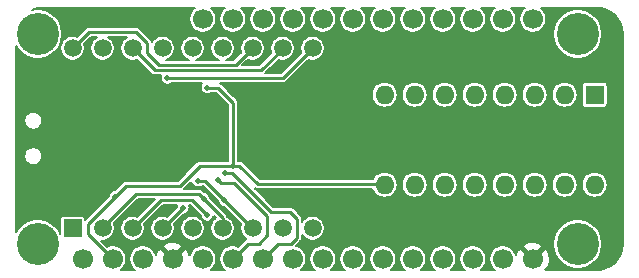
<source format=gbr>
G04 #@! TF.GenerationSoftware,KiCad,Pcbnew,(5.1.2)-1*
G04 #@! TF.CreationDate,2019-07-17T11:07:14+10:00*
G04 #@! TF.ProjectId,7seg-dip-wing,37736567-2d64-4697-902d-77696e672e6b,rev?*
G04 #@! TF.SameCoordinates,Original*
G04 #@! TF.FileFunction,Copper,L1,Top*
G04 #@! TF.FilePolarity,Positive*
%FSLAX46Y46*%
G04 Gerber Fmt 4.6, Leading zero omitted, Abs format (unit mm)*
G04 Created by KiCad (PCBNEW (5.1.2)-1) date 2019-07-17 11:07:14*
%MOMM*%
%LPD*%
G04 APERTURE LIST*
%ADD10C,1.500000*%
%ADD11R,1.500000X1.500000*%
%ADD12C,1.700000*%
%ADD13C,3.556000*%
%ADD14R,1.600000X1.600000*%
%ADD15O,1.600000X1.600000*%
%ADD16C,0.500000*%
%ADD17C,0.300000*%
%ADD18C,0.250000*%
%ADD19C,0.200000*%
G04 APERTURE END LIST*
D10*
X50900000Y-51360000D03*
X53440000Y-51360000D03*
X55980000Y-51360000D03*
X58520000Y-51360000D03*
X61060000Y-51360000D03*
X63600000Y-51360000D03*
X66140000Y-51360000D03*
X68680000Y-51360000D03*
X71220000Y-51360000D03*
X71220000Y-66600000D03*
X68680000Y-66600000D03*
X66140000Y-66600000D03*
X63600000Y-66600000D03*
X61060000Y-66600000D03*
X58520000Y-66600000D03*
X55980000Y-66600000D03*
X53440000Y-66600000D03*
D11*
X50900000Y-66600000D03*
D12*
X54308601Y-69215001D03*
X56848601Y-69215001D03*
X59388601Y-69215001D03*
X61928601Y-69215001D03*
X64468601Y-69215001D03*
X67008601Y-69215001D03*
X69548601Y-69215001D03*
X72088601Y-69215001D03*
X74628601Y-69215001D03*
X77168601Y-69215001D03*
X79708601Y-69215001D03*
X82248601Y-69215001D03*
X84788601Y-69215001D03*
X87328601Y-69215001D03*
X51768601Y-69215001D03*
X89868601Y-69215001D03*
X61928601Y-48895001D03*
X64468601Y-48895001D03*
X67008601Y-48895001D03*
X69548601Y-48895001D03*
X72088601Y-48895001D03*
X74628601Y-48895001D03*
X77168601Y-48895001D03*
X79708601Y-48895001D03*
X82248601Y-48895001D03*
X84788601Y-48895001D03*
X87328601Y-48895001D03*
X89868601Y-48895001D03*
D13*
X47958601Y-50165001D03*
X93678601Y-50165001D03*
X47958601Y-67945001D03*
X93678601Y-67945001D03*
D14*
X95100000Y-55300000D03*
D15*
X77320000Y-62920000D03*
X92560000Y-55300000D03*
X79860000Y-62920000D03*
X90020000Y-55300000D03*
X82400000Y-62920000D03*
X87480000Y-55300000D03*
X84940000Y-62920000D03*
X84940000Y-55300000D03*
X87480000Y-62920000D03*
X82400000Y-55300000D03*
X90020000Y-62920000D03*
X79860000Y-55300000D03*
X92560000Y-62920000D03*
X77320000Y-55300000D03*
X95100000Y-62920000D03*
D16*
X62300000Y-56700000D03*
X62200000Y-67600000D03*
X57200000Y-67600000D03*
X54600000Y-67500000D03*
X56900000Y-64400000D03*
X65000000Y-67600000D03*
X47500000Y-55000000D03*
X53000000Y-60650000D03*
X47500000Y-65000000D03*
X57500000Y-55900000D03*
X78300000Y-60000000D03*
X83300000Y-60000000D03*
X90800000Y-60000000D03*
X95800000Y-60000000D03*
X90000000Y-65000000D03*
X72500000Y-55000000D03*
X86200000Y-53800000D03*
X82800000Y-50600000D03*
X57550000Y-60650000D03*
X53100000Y-55600000D03*
X64500000Y-61300000D03*
X62300000Y-54700000D03*
X54524499Y-63924499D03*
X63800000Y-61900000D03*
X63200000Y-62500000D03*
X58900000Y-53900000D03*
X62300000Y-65500000D03*
X60260000Y-64860000D03*
X62000000Y-64100000D03*
X63750000Y-64250000D03*
X61499996Y-62600000D03*
D17*
X79880000Y-62920000D02*
X79900000Y-62900000D01*
D18*
X54308601Y-69215001D02*
X52793600Y-67700000D01*
X52793600Y-67700000D02*
X52200000Y-67106400D01*
X52200000Y-67106400D02*
X52200000Y-66248998D01*
X55448998Y-63000000D02*
X60000000Y-63000000D01*
X60000000Y-63000000D02*
X61700000Y-61300000D01*
X61700000Y-61300000D02*
X64500000Y-61300000D01*
X64500000Y-61300000D02*
X64500000Y-56600000D01*
X62300000Y-54700000D02*
X63200000Y-54700000D01*
X64500000Y-56000000D02*
X64500000Y-56600000D01*
X63200000Y-54700000D02*
X64500000Y-56000000D01*
X66600000Y-62900000D02*
X77300000Y-62900000D01*
X64500000Y-61300000D02*
X65000000Y-61300000D01*
X65000000Y-61300000D02*
X66600000Y-62900000D01*
X52200000Y-66248998D02*
X54524499Y-63924499D01*
X54524499Y-63924499D02*
X55448998Y-63000000D01*
X63800000Y-61900000D02*
X64153553Y-61900000D01*
X64153553Y-61900000D02*
X64400000Y-61900000D01*
X64400000Y-61900000D02*
X67700000Y-65200000D01*
X67700000Y-65200000D02*
X69300000Y-65200000D01*
X69300000Y-65200000D02*
X69900000Y-65800000D01*
X69900000Y-65800000D02*
X69900000Y-67400000D01*
X69900000Y-67400000D02*
X69400000Y-67900000D01*
X69400000Y-67900000D02*
X68300000Y-67900000D01*
X68300000Y-67900000D02*
X67000000Y-69200000D01*
X63449999Y-62749999D02*
X64549999Y-62749999D01*
X63200000Y-62500000D02*
X63449999Y-62749999D01*
X64549999Y-62749999D02*
X67400000Y-65600000D01*
X67400000Y-65600000D02*
X67400000Y-67200000D01*
X67400000Y-67200000D02*
X66700000Y-67900000D01*
X65800000Y-67900000D02*
X64500000Y-69200000D01*
X66700000Y-67900000D02*
X65800000Y-67900000D01*
X66140000Y-51360000D02*
X65390001Y-52109999D01*
X65390001Y-52109999D02*
X64700000Y-52800000D01*
X64700000Y-52800000D02*
X58200000Y-52800000D01*
X58200000Y-52800000D02*
X57200000Y-51800000D01*
X57200000Y-51800000D02*
X57200000Y-50900000D01*
X57200000Y-50900000D02*
X56300000Y-50000000D01*
X56300000Y-50000000D02*
X52300000Y-50000000D01*
X52300000Y-50000000D02*
X51026338Y-51273662D01*
X51026338Y-51273662D02*
X51031988Y-51345467D01*
X58900000Y-53900000D02*
X65827413Y-53900000D01*
X65827413Y-53900000D02*
X68700000Y-53900000D01*
X68700000Y-53900000D02*
X71200000Y-51400000D01*
X55980000Y-51360000D02*
X57870011Y-53250011D01*
X66849989Y-53250011D02*
X68700000Y-51400000D01*
X57870011Y-53250011D02*
X66849989Y-53250011D01*
X61000000Y-64200000D02*
X62300000Y-65500000D01*
X58400000Y-64200000D02*
X61000000Y-64200000D01*
X55980000Y-66600000D02*
X56000000Y-66600000D01*
X56000000Y-66600000D02*
X58400000Y-64200000D01*
X58520000Y-66600000D02*
X60260000Y-64860000D01*
X63600000Y-66600000D02*
X63600000Y-65700000D01*
X63600000Y-65700000D02*
X62000000Y-64100000D01*
X56224998Y-63775002D02*
X53400000Y-66600000D01*
X56300000Y-63700000D02*
X56224998Y-63775002D01*
X62000000Y-64100000D02*
X61600000Y-63700000D01*
X61600000Y-63700000D02*
X56300000Y-63700000D01*
X66140000Y-66600000D02*
X66100000Y-66600000D01*
X66100000Y-66600000D02*
X63750000Y-64250000D01*
X62100000Y-62600000D02*
X61853549Y-62600000D01*
X61853549Y-62600000D02*
X61499996Y-62600000D01*
X63750000Y-64250000D02*
X62100000Y-62600000D01*
D19*
G36*
X60949996Y-62654170D02*
G01*
X60971132Y-62760429D01*
X61012593Y-62860523D01*
X61072783Y-62950604D01*
X61149392Y-63027213D01*
X61239473Y-63087403D01*
X61339567Y-63128864D01*
X61445826Y-63150000D01*
X61554166Y-63150000D01*
X61660425Y-63128864D01*
X61760519Y-63087403D01*
X61850600Y-63027213D01*
X61852813Y-63025000D01*
X61923960Y-63025000D01*
X63200000Y-64301041D01*
X63200000Y-64304170D01*
X63221136Y-64410429D01*
X63262597Y-64510523D01*
X63322787Y-64600604D01*
X63399396Y-64677213D01*
X63489477Y-64737403D01*
X63589571Y-64778864D01*
X63695830Y-64800000D01*
X63698960Y-64800000D01*
X65148608Y-66249648D01*
X65130350Y-66293726D01*
X65090000Y-66496584D01*
X65090000Y-66703416D01*
X65130350Y-66906274D01*
X65209502Y-67097362D01*
X65324411Y-67269336D01*
X65470664Y-67415589D01*
X65619117Y-67514782D01*
X65562740Y-67544916D01*
X65498026Y-67598026D01*
X65484716Y-67614244D01*
X64935368Y-68163592D01*
X64804044Y-68109195D01*
X64581866Y-68065001D01*
X64355336Y-68065001D01*
X64133158Y-68109195D01*
X63923872Y-68195885D01*
X63735519Y-68321738D01*
X63575338Y-68481919D01*
X63449485Y-68670272D01*
X63362795Y-68879558D01*
X63318601Y-69101736D01*
X63318601Y-69328266D01*
X63362795Y-69550444D01*
X63449485Y-69759730D01*
X63575338Y-69948083D01*
X63735519Y-70108264D01*
X63812949Y-70160001D01*
X62584253Y-70160001D01*
X62661683Y-70108264D01*
X62821864Y-69948083D01*
X62947717Y-69759730D01*
X63034407Y-69550444D01*
X63078601Y-69328266D01*
X63078601Y-69101736D01*
X63034407Y-68879558D01*
X62947717Y-68670272D01*
X62821864Y-68481919D01*
X62661683Y-68321738D01*
X62473330Y-68195885D01*
X62264044Y-68109195D01*
X62041866Y-68065001D01*
X61815336Y-68065001D01*
X61593158Y-68109195D01*
X61383872Y-68195885D01*
X61195519Y-68321738D01*
X61035338Y-68481919D01*
X60909485Y-68670272D01*
X60822795Y-68879558D01*
X60816305Y-68912185D01*
X60803512Y-68834983D01*
X60702188Y-68566249D01*
X60657808Y-68483222D01*
X60419558Y-68401833D01*
X59606390Y-69215001D01*
X59620532Y-69229143D01*
X59402743Y-69446932D01*
X59388601Y-69432790D01*
X59374459Y-69446932D01*
X59156670Y-69229143D01*
X59170812Y-69215001D01*
X58357644Y-68401833D01*
X58119394Y-68483222D01*
X58001018Y-68744892D01*
X57961459Y-68915008D01*
X57954407Y-68879558D01*
X57867717Y-68670272D01*
X57741864Y-68481919D01*
X57581683Y-68321738D01*
X57393330Y-68195885D01*
X57364744Y-68184044D01*
X58575433Y-68184044D01*
X59388601Y-68997212D01*
X60201769Y-68184044D01*
X60120380Y-67945794D01*
X59858710Y-67827418D01*
X59578973Y-67762367D01*
X59291920Y-67753139D01*
X59008583Y-67800090D01*
X58739849Y-67901414D01*
X58656822Y-67945794D01*
X58575433Y-68184044D01*
X57364744Y-68184044D01*
X57184044Y-68109195D01*
X56961866Y-68065001D01*
X56735336Y-68065001D01*
X56513158Y-68109195D01*
X56303872Y-68195885D01*
X56115519Y-68321738D01*
X55955338Y-68481919D01*
X55829485Y-68670272D01*
X55742795Y-68879558D01*
X55698601Y-69101736D01*
X55698601Y-69328266D01*
X55742795Y-69550444D01*
X55829485Y-69759730D01*
X55955338Y-69948083D01*
X56115519Y-70108264D01*
X56192949Y-70160001D01*
X54964253Y-70160001D01*
X55041683Y-70108264D01*
X55201864Y-69948083D01*
X55327717Y-69759730D01*
X55414407Y-69550444D01*
X55458601Y-69328266D01*
X55458601Y-69101736D01*
X55414407Y-68879558D01*
X55327717Y-68670272D01*
X55201864Y-68481919D01*
X55041683Y-68321738D01*
X54853330Y-68195885D01*
X54644044Y-68109195D01*
X54421866Y-68065001D01*
X54195336Y-68065001D01*
X53973158Y-68109195D01*
X53853429Y-68158789D01*
X53344640Y-67650000D01*
X53543416Y-67650000D01*
X53746274Y-67609650D01*
X53937362Y-67530498D01*
X54109336Y-67415589D01*
X54255589Y-67269336D01*
X54370498Y-67097362D01*
X54449650Y-66906274D01*
X54490000Y-66703416D01*
X54490000Y-66496584D01*
X54449650Y-66293726D01*
X54407961Y-66193080D01*
X56476041Y-64125000D01*
X57873960Y-64125000D01*
X56372778Y-65626182D01*
X56286274Y-65590350D01*
X56083416Y-65550000D01*
X55876584Y-65550000D01*
X55673726Y-65590350D01*
X55482638Y-65669502D01*
X55310664Y-65784411D01*
X55164411Y-65930664D01*
X55049502Y-66102638D01*
X54970350Y-66293726D01*
X54930000Y-66496584D01*
X54930000Y-66703416D01*
X54970350Y-66906274D01*
X55049502Y-67097362D01*
X55164411Y-67269336D01*
X55310664Y-67415589D01*
X55482638Y-67530498D01*
X55673726Y-67609650D01*
X55876584Y-67650000D01*
X56083416Y-67650000D01*
X56286274Y-67609650D01*
X56477362Y-67530498D01*
X56649336Y-67415589D01*
X56795589Y-67269336D01*
X56910498Y-67097362D01*
X56989650Y-66906274D01*
X57030000Y-66703416D01*
X57030000Y-66496584D01*
X56989650Y-66293726D01*
X56965534Y-66235506D01*
X58576040Y-64625000D01*
X59762025Y-64625000D01*
X59731136Y-64699571D01*
X59710000Y-64805830D01*
X59710000Y-64808960D01*
X58898636Y-65620324D01*
X58826274Y-65590350D01*
X58623416Y-65550000D01*
X58416584Y-65550000D01*
X58213726Y-65590350D01*
X58022638Y-65669502D01*
X57850664Y-65784411D01*
X57704411Y-65930664D01*
X57589502Y-66102638D01*
X57510350Y-66293726D01*
X57470000Y-66496584D01*
X57470000Y-66703416D01*
X57510350Y-66906274D01*
X57589502Y-67097362D01*
X57704411Y-67269336D01*
X57850664Y-67415589D01*
X58022638Y-67530498D01*
X58213726Y-67609650D01*
X58416584Y-67650000D01*
X58623416Y-67650000D01*
X58826274Y-67609650D01*
X59017362Y-67530498D01*
X59189336Y-67415589D01*
X59335589Y-67269336D01*
X59450498Y-67097362D01*
X59529650Y-66906274D01*
X59570000Y-66703416D01*
X59570000Y-66496584D01*
X60010000Y-66496584D01*
X60010000Y-66703416D01*
X60050350Y-66906274D01*
X60129502Y-67097362D01*
X60244411Y-67269336D01*
X60390664Y-67415589D01*
X60562638Y-67530498D01*
X60753726Y-67609650D01*
X60956584Y-67650000D01*
X61163416Y-67650000D01*
X61366274Y-67609650D01*
X61557362Y-67530498D01*
X61729336Y-67415589D01*
X61875589Y-67269336D01*
X61990498Y-67097362D01*
X62069650Y-66906274D01*
X62110000Y-66703416D01*
X62110000Y-66496584D01*
X62069650Y-66293726D01*
X61990498Y-66102638D01*
X61875589Y-65930664D01*
X61729336Y-65784411D01*
X61557362Y-65669502D01*
X61366274Y-65590350D01*
X61163416Y-65550000D01*
X60956584Y-65550000D01*
X60753726Y-65590350D01*
X60562638Y-65669502D01*
X60390664Y-65784411D01*
X60244411Y-65930664D01*
X60129502Y-66102638D01*
X60050350Y-66293726D01*
X60010000Y-66496584D01*
X59570000Y-66496584D01*
X59529650Y-66293726D01*
X59499676Y-66221364D01*
X60311040Y-65410000D01*
X60314170Y-65410000D01*
X60420429Y-65388864D01*
X60520523Y-65347403D01*
X60610604Y-65287213D01*
X60687213Y-65210604D01*
X60747403Y-65120523D01*
X60788864Y-65020429D01*
X60810000Y-64914170D01*
X60810000Y-64805830D01*
X60788864Y-64699571D01*
X60757975Y-64625000D01*
X60823960Y-64625000D01*
X61750000Y-65551040D01*
X61750000Y-65554170D01*
X61771136Y-65660429D01*
X61812597Y-65760523D01*
X61872787Y-65850604D01*
X61949396Y-65927213D01*
X62039477Y-65987403D01*
X62139571Y-66028864D01*
X62245830Y-66050000D01*
X62354170Y-66050000D01*
X62460429Y-66028864D01*
X62560523Y-65987403D01*
X62650604Y-65927213D01*
X62727213Y-65850604D01*
X62787403Y-65760523D01*
X62828864Y-65660429D01*
X62850000Y-65554170D01*
X62850000Y-65551041D01*
X63022205Y-65723246D01*
X62930664Y-65784411D01*
X62784411Y-65930664D01*
X62669502Y-66102638D01*
X62590350Y-66293726D01*
X62550000Y-66496584D01*
X62550000Y-66703416D01*
X62590350Y-66906274D01*
X62669502Y-67097362D01*
X62784411Y-67269336D01*
X62930664Y-67415589D01*
X63102638Y-67530498D01*
X63293726Y-67609650D01*
X63496584Y-67650000D01*
X63703416Y-67650000D01*
X63906274Y-67609650D01*
X64097362Y-67530498D01*
X64269336Y-67415589D01*
X64415589Y-67269336D01*
X64530498Y-67097362D01*
X64609650Y-66906274D01*
X64650000Y-66703416D01*
X64650000Y-66496584D01*
X64609650Y-66293726D01*
X64530498Y-66102638D01*
X64415589Y-65930664D01*
X64269336Y-65784411D01*
X64097362Y-65669502D01*
X64020934Y-65637844D01*
X64018850Y-65616686D01*
X63994548Y-65536573D01*
X63994548Y-65536572D01*
X63976055Y-65501974D01*
X63955084Y-65462740D01*
X63901974Y-65398026D01*
X63885762Y-65384721D01*
X62550000Y-64048960D01*
X62550000Y-64045830D01*
X62528864Y-63939571D01*
X62487403Y-63839477D01*
X62427213Y-63749396D01*
X62350604Y-63672787D01*
X62260523Y-63612597D01*
X62160429Y-63571136D01*
X62054170Y-63550000D01*
X62051040Y-63550000D01*
X61915283Y-63414243D01*
X61901974Y-63398026D01*
X61837260Y-63344916D01*
X61763427Y-63305452D01*
X61683314Y-63281150D01*
X61620874Y-63275000D01*
X61620867Y-63275000D01*
X61600000Y-63272945D01*
X61579133Y-63275000D01*
X60326040Y-63275000D01*
X60949996Y-62651044D01*
X60949996Y-62654170D01*
X60949996Y-62654170D01*
G37*
X60949996Y-62654170D02*
X60971132Y-62760429D01*
X61012593Y-62860523D01*
X61072783Y-62950604D01*
X61149392Y-63027213D01*
X61239473Y-63087403D01*
X61339567Y-63128864D01*
X61445826Y-63150000D01*
X61554166Y-63150000D01*
X61660425Y-63128864D01*
X61760519Y-63087403D01*
X61850600Y-63027213D01*
X61852813Y-63025000D01*
X61923960Y-63025000D01*
X63200000Y-64301041D01*
X63200000Y-64304170D01*
X63221136Y-64410429D01*
X63262597Y-64510523D01*
X63322787Y-64600604D01*
X63399396Y-64677213D01*
X63489477Y-64737403D01*
X63589571Y-64778864D01*
X63695830Y-64800000D01*
X63698960Y-64800000D01*
X65148608Y-66249648D01*
X65130350Y-66293726D01*
X65090000Y-66496584D01*
X65090000Y-66703416D01*
X65130350Y-66906274D01*
X65209502Y-67097362D01*
X65324411Y-67269336D01*
X65470664Y-67415589D01*
X65619117Y-67514782D01*
X65562740Y-67544916D01*
X65498026Y-67598026D01*
X65484716Y-67614244D01*
X64935368Y-68163592D01*
X64804044Y-68109195D01*
X64581866Y-68065001D01*
X64355336Y-68065001D01*
X64133158Y-68109195D01*
X63923872Y-68195885D01*
X63735519Y-68321738D01*
X63575338Y-68481919D01*
X63449485Y-68670272D01*
X63362795Y-68879558D01*
X63318601Y-69101736D01*
X63318601Y-69328266D01*
X63362795Y-69550444D01*
X63449485Y-69759730D01*
X63575338Y-69948083D01*
X63735519Y-70108264D01*
X63812949Y-70160001D01*
X62584253Y-70160001D01*
X62661683Y-70108264D01*
X62821864Y-69948083D01*
X62947717Y-69759730D01*
X63034407Y-69550444D01*
X63078601Y-69328266D01*
X63078601Y-69101736D01*
X63034407Y-68879558D01*
X62947717Y-68670272D01*
X62821864Y-68481919D01*
X62661683Y-68321738D01*
X62473330Y-68195885D01*
X62264044Y-68109195D01*
X62041866Y-68065001D01*
X61815336Y-68065001D01*
X61593158Y-68109195D01*
X61383872Y-68195885D01*
X61195519Y-68321738D01*
X61035338Y-68481919D01*
X60909485Y-68670272D01*
X60822795Y-68879558D01*
X60816305Y-68912185D01*
X60803512Y-68834983D01*
X60702188Y-68566249D01*
X60657808Y-68483222D01*
X60419558Y-68401833D01*
X59606390Y-69215001D01*
X59620532Y-69229143D01*
X59402743Y-69446932D01*
X59388601Y-69432790D01*
X59374459Y-69446932D01*
X59156670Y-69229143D01*
X59170812Y-69215001D01*
X58357644Y-68401833D01*
X58119394Y-68483222D01*
X58001018Y-68744892D01*
X57961459Y-68915008D01*
X57954407Y-68879558D01*
X57867717Y-68670272D01*
X57741864Y-68481919D01*
X57581683Y-68321738D01*
X57393330Y-68195885D01*
X57364744Y-68184044D01*
X58575433Y-68184044D01*
X59388601Y-68997212D01*
X60201769Y-68184044D01*
X60120380Y-67945794D01*
X59858710Y-67827418D01*
X59578973Y-67762367D01*
X59291920Y-67753139D01*
X59008583Y-67800090D01*
X58739849Y-67901414D01*
X58656822Y-67945794D01*
X58575433Y-68184044D01*
X57364744Y-68184044D01*
X57184044Y-68109195D01*
X56961866Y-68065001D01*
X56735336Y-68065001D01*
X56513158Y-68109195D01*
X56303872Y-68195885D01*
X56115519Y-68321738D01*
X55955338Y-68481919D01*
X55829485Y-68670272D01*
X55742795Y-68879558D01*
X55698601Y-69101736D01*
X55698601Y-69328266D01*
X55742795Y-69550444D01*
X55829485Y-69759730D01*
X55955338Y-69948083D01*
X56115519Y-70108264D01*
X56192949Y-70160001D01*
X54964253Y-70160001D01*
X55041683Y-70108264D01*
X55201864Y-69948083D01*
X55327717Y-69759730D01*
X55414407Y-69550444D01*
X55458601Y-69328266D01*
X55458601Y-69101736D01*
X55414407Y-68879558D01*
X55327717Y-68670272D01*
X55201864Y-68481919D01*
X55041683Y-68321738D01*
X54853330Y-68195885D01*
X54644044Y-68109195D01*
X54421866Y-68065001D01*
X54195336Y-68065001D01*
X53973158Y-68109195D01*
X53853429Y-68158789D01*
X53344640Y-67650000D01*
X53543416Y-67650000D01*
X53746274Y-67609650D01*
X53937362Y-67530498D01*
X54109336Y-67415589D01*
X54255589Y-67269336D01*
X54370498Y-67097362D01*
X54449650Y-66906274D01*
X54490000Y-66703416D01*
X54490000Y-66496584D01*
X54449650Y-66293726D01*
X54407961Y-66193080D01*
X56476041Y-64125000D01*
X57873960Y-64125000D01*
X56372778Y-65626182D01*
X56286274Y-65590350D01*
X56083416Y-65550000D01*
X55876584Y-65550000D01*
X55673726Y-65590350D01*
X55482638Y-65669502D01*
X55310664Y-65784411D01*
X55164411Y-65930664D01*
X55049502Y-66102638D01*
X54970350Y-66293726D01*
X54930000Y-66496584D01*
X54930000Y-66703416D01*
X54970350Y-66906274D01*
X55049502Y-67097362D01*
X55164411Y-67269336D01*
X55310664Y-67415589D01*
X55482638Y-67530498D01*
X55673726Y-67609650D01*
X55876584Y-67650000D01*
X56083416Y-67650000D01*
X56286274Y-67609650D01*
X56477362Y-67530498D01*
X56649336Y-67415589D01*
X56795589Y-67269336D01*
X56910498Y-67097362D01*
X56989650Y-66906274D01*
X57030000Y-66703416D01*
X57030000Y-66496584D01*
X56989650Y-66293726D01*
X56965534Y-66235506D01*
X58576040Y-64625000D01*
X59762025Y-64625000D01*
X59731136Y-64699571D01*
X59710000Y-64805830D01*
X59710000Y-64808960D01*
X58898636Y-65620324D01*
X58826274Y-65590350D01*
X58623416Y-65550000D01*
X58416584Y-65550000D01*
X58213726Y-65590350D01*
X58022638Y-65669502D01*
X57850664Y-65784411D01*
X57704411Y-65930664D01*
X57589502Y-66102638D01*
X57510350Y-66293726D01*
X57470000Y-66496584D01*
X57470000Y-66703416D01*
X57510350Y-66906274D01*
X57589502Y-67097362D01*
X57704411Y-67269336D01*
X57850664Y-67415589D01*
X58022638Y-67530498D01*
X58213726Y-67609650D01*
X58416584Y-67650000D01*
X58623416Y-67650000D01*
X58826274Y-67609650D01*
X59017362Y-67530498D01*
X59189336Y-67415589D01*
X59335589Y-67269336D01*
X59450498Y-67097362D01*
X59529650Y-66906274D01*
X59570000Y-66703416D01*
X59570000Y-66496584D01*
X60010000Y-66496584D01*
X60010000Y-66703416D01*
X60050350Y-66906274D01*
X60129502Y-67097362D01*
X60244411Y-67269336D01*
X60390664Y-67415589D01*
X60562638Y-67530498D01*
X60753726Y-67609650D01*
X60956584Y-67650000D01*
X61163416Y-67650000D01*
X61366274Y-67609650D01*
X61557362Y-67530498D01*
X61729336Y-67415589D01*
X61875589Y-67269336D01*
X61990498Y-67097362D01*
X62069650Y-66906274D01*
X62110000Y-66703416D01*
X62110000Y-66496584D01*
X62069650Y-66293726D01*
X61990498Y-66102638D01*
X61875589Y-65930664D01*
X61729336Y-65784411D01*
X61557362Y-65669502D01*
X61366274Y-65590350D01*
X61163416Y-65550000D01*
X60956584Y-65550000D01*
X60753726Y-65590350D01*
X60562638Y-65669502D01*
X60390664Y-65784411D01*
X60244411Y-65930664D01*
X60129502Y-66102638D01*
X60050350Y-66293726D01*
X60010000Y-66496584D01*
X59570000Y-66496584D01*
X59529650Y-66293726D01*
X59499676Y-66221364D01*
X60311040Y-65410000D01*
X60314170Y-65410000D01*
X60420429Y-65388864D01*
X60520523Y-65347403D01*
X60610604Y-65287213D01*
X60687213Y-65210604D01*
X60747403Y-65120523D01*
X60788864Y-65020429D01*
X60810000Y-64914170D01*
X60810000Y-64805830D01*
X60788864Y-64699571D01*
X60757975Y-64625000D01*
X60823960Y-64625000D01*
X61750000Y-65551040D01*
X61750000Y-65554170D01*
X61771136Y-65660429D01*
X61812597Y-65760523D01*
X61872787Y-65850604D01*
X61949396Y-65927213D01*
X62039477Y-65987403D01*
X62139571Y-66028864D01*
X62245830Y-66050000D01*
X62354170Y-66050000D01*
X62460429Y-66028864D01*
X62560523Y-65987403D01*
X62650604Y-65927213D01*
X62727213Y-65850604D01*
X62787403Y-65760523D01*
X62828864Y-65660429D01*
X62850000Y-65554170D01*
X62850000Y-65551041D01*
X63022205Y-65723246D01*
X62930664Y-65784411D01*
X62784411Y-65930664D01*
X62669502Y-66102638D01*
X62590350Y-66293726D01*
X62550000Y-66496584D01*
X62550000Y-66703416D01*
X62590350Y-66906274D01*
X62669502Y-67097362D01*
X62784411Y-67269336D01*
X62930664Y-67415589D01*
X63102638Y-67530498D01*
X63293726Y-67609650D01*
X63496584Y-67650000D01*
X63703416Y-67650000D01*
X63906274Y-67609650D01*
X64097362Y-67530498D01*
X64269336Y-67415589D01*
X64415589Y-67269336D01*
X64530498Y-67097362D01*
X64609650Y-66906274D01*
X64650000Y-66703416D01*
X64650000Y-66496584D01*
X64609650Y-66293726D01*
X64530498Y-66102638D01*
X64415589Y-65930664D01*
X64269336Y-65784411D01*
X64097362Y-65669502D01*
X64020934Y-65637844D01*
X64018850Y-65616686D01*
X63994548Y-65536573D01*
X63994548Y-65536572D01*
X63976055Y-65501974D01*
X63955084Y-65462740D01*
X63901974Y-65398026D01*
X63885762Y-65384721D01*
X62550000Y-64048960D01*
X62550000Y-64045830D01*
X62528864Y-63939571D01*
X62487403Y-63839477D01*
X62427213Y-63749396D01*
X62350604Y-63672787D01*
X62260523Y-63612597D01*
X62160429Y-63571136D01*
X62054170Y-63550000D01*
X62051040Y-63550000D01*
X61915283Y-63414243D01*
X61901974Y-63398026D01*
X61837260Y-63344916D01*
X61763427Y-63305452D01*
X61683314Y-63281150D01*
X61620874Y-63275000D01*
X61620867Y-63275000D01*
X61600000Y-63272945D01*
X61579133Y-63275000D01*
X60326040Y-63275000D01*
X60949996Y-62651044D01*
X60949996Y-62654170D01*
G36*
X61195519Y-48001738D02*
G01*
X61035338Y-48161919D01*
X60909485Y-48350272D01*
X60822795Y-48559558D01*
X60778601Y-48781736D01*
X60778601Y-49008266D01*
X60822795Y-49230444D01*
X60909485Y-49439730D01*
X61035338Y-49628083D01*
X61195519Y-49788264D01*
X61383872Y-49914117D01*
X61593158Y-50000807D01*
X61815336Y-50045001D01*
X62041866Y-50045001D01*
X62264044Y-50000807D01*
X62473330Y-49914117D01*
X62661683Y-49788264D01*
X62821864Y-49628083D01*
X62947717Y-49439730D01*
X63034407Y-49230444D01*
X63078601Y-49008266D01*
X63078601Y-48781736D01*
X63034407Y-48559558D01*
X62947717Y-48350272D01*
X62821864Y-48161919D01*
X62661683Y-48001738D01*
X62584253Y-47950001D01*
X63812949Y-47950001D01*
X63735519Y-48001738D01*
X63575338Y-48161919D01*
X63449485Y-48350272D01*
X63362795Y-48559558D01*
X63318601Y-48781736D01*
X63318601Y-49008266D01*
X63362795Y-49230444D01*
X63449485Y-49439730D01*
X63575338Y-49628083D01*
X63735519Y-49788264D01*
X63923872Y-49914117D01*
X64133158Y-50000807D01*
X64355336Y-50045001D01*
X64581866Y-50045001D01*
X64804044Y-50000807D01*
X65013330Y-49914117D01*
X65201683Y-49788264D01*
X65361864Y-49628083D01*
X65487717Y-49439730D01*
X65574407Y-49230444D01*
X65618601Y-49008266D01*
X65618601Y-48781736D01*
X65574407Y-48559558D01*
X65487717Y-48350272D01*
X65361864Y-48161919D01*
X65201683Y-48001738D01*
X65124253Y-47950001D01*
X66352949Y-47950001D01*
X66275519Y-48001738D01*
X66115338Y-48161919D01*
X65989485Y-48350272D01*
X65902795Y-48559558D01*
X65858601Y-48781736D01*
X65858601Y-49008266D01*
X65902795Y-49230444D01*
X65989485Y-49439730D01*
X66115338Y-49628083D01*
X66275519Y-49788264D01*
X66463872Y-49914117D01*
X66673158Y-50000807D01*
X66895336Y-50045001D01*
X67121866Y-50045001D01*
X67344044Y-50000807D01*
X67553330Y-49914117D01*
X67741683Y-49788264D01*
X67901864Y-49628083D01*
X68027717Y-49439730D01*
X68114407Y-49230444D01*
X68158601Y-49008266D01*
X68158601Y-48781736D01*
X68114407Y-48559558D01*
X68027717Y-48350272D01*
X67901864Y-48161919D01*
X67741683Y-48001738D01*
X67664253Y-47950001D01*
X68892949Y-47950001D01*
X68815519Y-48001738D01*
X68655338Y-48161919D01*
X68529485Y-48350272D01*
X68442795Y-48559558D01*
X68398601Y-48781736D01*
X68398601Y-49008266D01*
X68442795Y-49230444D01*
X68529485Y-49439730D01*
X68655338Y-49628083D01*
X68815519Y-49788264D01*
X69003872Y-49914117D01*
X69213158Y-50000807D01*
X69435336Y-50045001D01*
X69661866Y-50045001D01*
X69884044Y-50000807D01*
X70093330Y-49914117D01*
X70281683Y-49788264D01*
X70441864Y-49628083D01*
X70567717Y-49439730D01*
X70654407Y-49230444D01*
X70698601Y-49008266D01*
X70698601Y-48781736D01*
X70654407Y-48559558D01*
X70567717Y-48350272D01*
X70441864Y-48161919D01*
X70281683Y-48001738D01*
X70204253Y-47950001D01*
X71432949Y-47950001D01*
X71355519Y-48001738D01*
X71195338Y-48161919D01*
X71069485Y-48350272D01*
X70982795Y-48559558D01*
X70938601Y-48781736D01*
X70938601Y-49008266D01*
X70982795Y-49230444D01*
X71069485Y-49439730D01*
X71195338Y-49628083D01*
X71355519Y-49788264D01*
X71543872Y-49914117D01*
X71753158Y-50000807D01*
X71975336Y-50045001D01*
X72201866Y-50045001D01*
X72424044Y-50000807D01*
X72633330Y-49914117D01*
X72821683Y-49788264D01*
X72981864Y-49628083D01*
X73107717Y-49439730D01*
X73194407Y-49230444D01*
X73238601Y-49008266D01*
X73238601Y-48781736D01*
X73194407Y-48559558D01*
X73107717Y-48350272D01*
X72981864Y-48161919D01*
X72821683Y-48001738D01*
X72744253Y-47950001D01*
X73972949Y-47950001D01*
X73895519Y-48001738D01*
X73735338Y-48161919D01*
X73609485Y-48350272D01*
X73522795Y-48559558D01*
X73478601Y-48781736D01*
X73478601Y-49008266D01*
X73522795Y-49230444D01*
X73609485Y-49439730D01*
X73735338Y-49628083D01*
X73895519Y-49788264D01*
X74083872Y-49914117D01*
X74293158Y-50000807D01*
X74515336Y-50045001D01*
X74741866Y-50045001D01*
X74964044Y-50000807D01*
X75173330Y-49914117D01*
X75361683Y-49788264D01*
X75521864Y-49628083D01*
X75647717Y-49439730D01*
X75734407Y-49230444D01*
X75778601Y-49008266D01*
X75778601Y-48781736D01*
X75734407Y-48559558D01*
X75647717Y-48350272D01*
X75521864Y-48161919D01*
X75361683Y-48001738D01*
X75284253Y-47950001D01*
X76512949Y-47950001D01*
X76435519Y-48001738D01*
X76275338Y-48161919D01*
X76149485Y-48350272D01*
X76062795Y-48559558D01*
X76018601Y-48781736D01*
X76018601Y-49008266D01*
X76062795Y-49230444D01*
X76149485Y-49439730D01*
X76275338Y-49628083D01*
X76435519Y-49788264D01*
X76623872Y-49914117D01*
X76833158Y-50000807D01*
X77055336Y-50045001D01*
X77281866Y-50045001D01*
X77504044Y-50000807D01*
X77713330Y-49914117D01*
X77901683Y-49788264D01*
X78061864Y-49628083D01*
X78187717Y-49439730D01*
X78274407Y-49230444D01*
X78318601Y-49008266D01*
X78318601Y-48781736D01*
X78274407Y-48559558D01*
X78187717Y-48350272D01*
X78061864Y-48161919D01*
X77901683Y-48001738D01*
X77824253Y-47950001D01*
X79052949Y-47950001D01*
X78975519Y-48001738D01*
X78815338Y-48161919D01*
X78689485Y-48350272D01*
X78602795Y-48559558D01*
X78558601Y-48781736D01*
X78558601Y-49008266D01*
X78602795Y-49230444D01*
X78689485Y-49439730D01*
X78815338Y-49628083D01*
X78975519Y-49788264D01*
X79163872Y-49914117D01*
X79373158Y-50000807D01*
X79595336Y-50045001D01*
X79821866Y-50045001D01*
X80044044Y-50000807D01*
X80253330Y-49914117D01*
X80441683Y-49788264D01*
X80601864Y-49628083D01*
X80727717Y-49439730D01*
X80814407Y-49230444D01*
X80858601Y-49008266D01*
X80858601Y-48781736D01*
X80814407Y-48559558D01*
X80727717Y-48350272D01*
X80601864Y-48161919D01*
X80441683Y-48001738D01*
X80364253Y-47950001D01*
X81592949Y-47950001D01*
X81515519Y-48001738D01*
X81355338Y-48161919D01*
X81229485Y-48350272D01*
X81142795Y-48559558D01*
X81098601Y-48781736D01*
X81098601Y-49008266D01*
X81142795Y-49230444D01*
X81229485Y-49439730D01*
X81355338Y-49628083D01*
X81515519Y-49788264D01*
X81703872Y-49914117D01*
X81913158Y-50000807D01*
X82135336Y-50045001D01*
X82361866Y-50045001D01*
X82584044Y-50000807D01*
X82793330Y-49914117D01*
X82981683Y-49788264D01*
X83141864Y-49628083D01*
X83267717Y-49439730D01*
X83354407Y-49230444D01*
X83398601Y-49008266D01*
X83398601Y-48781736D01*
X83354407Y-48559558D01*
X83267717Y-48350272D01*
X83141864Y-48161919D01*
X82981683Y-48001738D01*
X82904253Y-47950001D01*
X84132949Y-47950001D01*
X84055519Y-48001738D01*
X83895338Y-48161919D01*
X83769485Y-48350272D01*
X83682795Y-48559558D01*
X83638601Y-48781736D01*
X83638601Y-49008266D01*
X83682795Y-49230444D01*
X83769485Y-49439730D01*
X83895338Y-49628083D01*
X84055519Y-49788264D01*
X84243872Y-49914117D01*
X84453158Y-50000807D01*
X84675336Y-50045001D01*
X84901866Y-50045001D01*
X85124044Y-50000807D01*
X85333330Y-49914117D01*
X85521683Y-49788264D01*
X85681864Y-49628083D01*
X85807717Y-49439730D01*
X85894407Y-49230444D01*
X85938601Y-49008266D01*
X85938601Y-48781736D01*
X85894407Y-48559558D01*
X85807717Y-48350272D01*
X85681864Y-48161919D01*
X85521683Y-48001738D01*
X85444253Y-47950001D01*
X86672949Y-47950001D01*
X86595519Y-48001738D01*
X86435338Y-48161919D01*
X86309485Y-48350272D01*
X86222795Y-48559558D01*
X86178601Y-48781736D01*
X86178601Y-49008266D01*
X86222795Y-49230444D01*
X86309485Y-49439730D01*
X86435338Y-49628083D01*
X86595519Y-49788264D01*
X86783872Y-49914117D01*
X86993158Y-50000807D01*
X87215336Y-50045001D01*
X87441866Y-50045001D01*
X87664044Y-50000807D01*
X87873330Y-49914117D01*
X88061683Y-49788264D01*
X88221864Y-49628083D01*
X88347717Y-49439730D01*
X88434407Y-49230444D01*
X88478601Y-49008266D01*
X88478601Y-48781736D01*
X88434407Y-48559558D01*
X88347717Y-48350272D01*
X88221864Y-48161919D01*
X88061683Y-48001738D01*
X87984253Y-47950001D01*
X89212949Y-47950001D01*
X89135519Y-48001738D01*
X88975338Y-48161919D01*
X88849485Y-48350272D01*
X88762795Y-48559558D01*
X88718601Y-48781736D01*
X88718601Y-49008266D01*
X88762795Y-49230444D01*
X88849485Y-49439730D01*
X88975338Y-49628083D01*
X89135519Y-49788264D01*
X89323872Y-49914117D01*
X89533158Y-50000807D01*
X89755336Y-50045001D01*
X89981866Y-50045001D01*
X90204044Y-50000807D01*
X90301748Y-49960336D01*
X91600601Y-49960336D01*
X91600601Y-50369666D01*
X91680457Y-50771131D01*
X91837101Y-51149303D01*
X92064513Y-51489649D01*
X92353953Y-51779089D01*
X92694299Y-52006501D01*
X93072471Y-52163145D01*
X93473936Y-52243001D01*
X93883266Y-52243001D01*
X94284731Y-52163145D01*
X94662903Y-52006501D01*
X95003249Y-51779089D01*
X95292689Y-51489649D01*
X95520101Y-51149303D01*
X95676745Y-50771131D01*
X95756601Y-50369666D01*
X95756601Y-49960336D01*
X95676745Y-49558871D01*
X95520101Y-49180699D01*
X95292689Y-48840353D01*
X95003249Y-48550913D01*
X94662903Y-48323501D01*
X94284731Y-48166857D01*
X93883266Y-48087001D01*
X93473936Y-48087001D01*
X93072471Y-48166857D01*
X92694299Y-48323501D01*
X92353953Y-48550913D01*
X92064513Y-48840353D01*
X91837101Y-49180699D01*
X91680457Y-49558871D01*
X91600601Y-49960336D01*
X90301748Y-49960336D01*
X90413330Y-49914117D01*
X90601683Y-49788264D01*
X90761864Y-49628083D01*
X90887717Y-49439730D01*
X90974407Y-49230444D01*
X91018601Y-49008266D01*
X91018601Y-48781736D01*
X90974407Y-48559558D01*
X90887717Y-48350272D01*
X90761864Y-48161919D01*
X90601683Y-48001738D01*
X90524253Y-47950001D01*
X95256304Y-47950001D01*
X95702127Y-47993714D01*
X96115679Y-48118573D01*
X96497101Y-48321379D01*
X96831868Y-48594407D01*
X97107225Y-48927257D01*
X97312692Y-49307261D01*
X97440433Y-49719924D01*
X97487199Y-50164872D01*
X97487202Y-50165726D01*
X97486734Y-67974728D01*
X97434835Y-68416529D01*
X97302059Y-68827611D01*
X97091969Y-69205068D01*
X96812562Y-69534532D01*
X96474485Y-69803451D01*
X96090610Y-70001583D01*
X95674608Y-70121656D01*
X95257297Y-70160001D01*
X90994817Y-70160001D01*
X91013105Y-70141713D01*
X90899560Y-70028168D01*
X91137808Y-69946780D01*
X91256184Y-69685110D01*
X91321235Y-69405373D01*
X91330463Y-69118320D01*
X91283512Y-68834983D01*
X91182188Y-68566249D01*
X91137808Y-68483222D01*
X90899558Y-68401833D01*
X90086390Y-69215001D01*
X90100532Y-69229143D01*
X89882743Y-69446932D01*
X89868601Y-69432790D01*
X89854459Y-69446932D01*
X89636670Y-69229143D01*
X89650812Y-69215001D01*
X88837644Y-68401833D01*
X88599394Y-68483222D01*
X88481018Y-68744892D01*
X88441459Y-68915008D01*
X88434407Y-68879558D01*
X88347717Y-68670272D01*
X88221864Y-68481919D01*
X88061683Y-68321738D01*
X87873330Y-68195885D01*
X87844744Y-68184044D01*
X89055433Y-68184044D01*
X89868601Y-68997212D01*
X90681769Y-68184044D01*
X90600380Y-67945794D01*
X90338710Y-67827418D01*
X90058973Y-67762367D01*
X89771920Y-67753139D01*
X89488583Y-67800090D01*
X89219849Y-67901414D01*
X89136822Y-67945794D01*
X89055433Y-68184044D01*
X87844744Y-68184044D01*
X87664044Y-68109195D01*
X87441866Y-68065001D01*
X87215336Y-68065001D01*
X86993158Y-68109195D01*
X86783872Y-68195885D01*
X86595519Y-68321738D01*
X86435338Y-68481919D01*
X86309485Y-68670272D01*
X86222795Y-68879558D01*
X86178601Y-69101736D01*
X86178601Y-69328266D01*
X86222795Y-69550444D01*
X86309485Y-69759730D01*
X86435338Y-69948083D01*
X86595519Y-70108264D01*
X86672949Y-70160001D01*
X85444253Y-70160001D01*
X85521683Y-70108264D01*
X85681864Y-69948083D01*
X85807717Y-69759730D01*
X85894407Y-69550444D01*
X85938601Y-69328266D01*
X85938601Y-69101736D01*
X85894407Y-68879558D01*
X85807717Y-68670272D01*
X85681864Y-68481919D01*
X85521683Y-68321738D01*
X85333330Y-68195885D01*
X85124044Y-68109195D01*
X84901866Y-68065001D01*
X84675336Y-68065001D01*
X84453158Y-68109195D01*
X84243872Y-68195885D01*
X84055519Y-68321738D01*
X83895338Y-68481919D01*
X83769485Y-68670272D01*
X83682795Y-68879558D01*
X83638601Y-69101736D01*
X83638601Y-69328266D01*
X83682795Y-69550444D01*
X83769485Y-69759730D01*
X83895338Y-69948083D01*
X84055519Y-70108264D01*
X84132949Y-70160001D01*
X82904253Y-70160001D01*
X82981683Y-70108264D01*
X83141864Y-69948083D01*
X83267717Y-69759730D01*
X83354407Y-69550444D01*
X83398601Y-69328266D01*
X83398601Y-69101736D01*
X83354407Y-68879558D01*
X83267717Y-68670272D01*
X83141864Y-68481919D01*
X82981683Y-68321738D01*
X82793330Y-68195885D01*
X82584044Y-68109195D01*
X82361866Y-68065001D01*
X82135336Y-68065001D01*
X81913158Y-68109195D01*
X81703872Y-68195885D01*
X81515519Y-68321738D01*
X81355338Y-68481919D01*
X81229485Y-68670272D01*
X81142795Y-68879558D01*
X81098601Y-69101736D01*
X81098601Y-69328266D01*
X81142795Y-69550444D01*
X81229485Y-69759730D01*
X81355338Y-69948083D01*
X81515519Y-70108264D01*
X81592949Y-70160001D01*
X80364253Y-70160001D01*
X80441683Y-70108264D01*
X80601864Y-69948083D01*
X80727717Y-69759730D01*
X80814407Y-69550444D01*
X80858601Y-69328266D01*
X80858601Y-69101736D01*
X80814407Y-68879558D01*
X80727717Y-68670272D01*
X80601864Y-68481919D01*
X80441683Y-68321738D01*
X80253330Y-68195885D01*
X80044044Y-68109195D01*
X79821866Y-68065001D01*
X79595336Y-68065001D01*
X79373158Y-68109195D01*
X79163872Y-68195885D01*
X78975519Y-68321738D01*
X78815338Y-68481919D01*
X78689485Y-68670272D01*
X78602795Y-68879558D01*
X78558601Y-69101736D01*
X78558601Y-69328266D01*
X78602795Y-69550444D01*
X78689485Y-69759730D01*
X78815338Y-69948083D01*
X78975519Y-70108264D01*
X79052949Y-70160001D01*
X77824253Y-70160001D01*
X77901683Y-70108264D01*
X78061864Y-69948083D01*
X78187717Y-69759730D01*
X78274407Y-69550444D01*
X78318601Y-69328266D01*
X78318601Y-69101736D01*
X78274407Y-68879558D01*
X78187717Y-68670272D01*
X78061864Y-68481919D01*
X77901683Y-68321738D01*
X77713330Y-68195885D01*
X77504044Y-68109195D01*
X77281866Y-68065001D01*
X77055336Y-68065001D01*
X76833158Y-68109195D01*
X76623872Y-68195885D01*
X76435519Y-68321738D01*
X76275338Y-68481919D01*
X76149485Y-68670272D01*
X76062795Y-68879558D01*
X76018601Y-69101736D01*
X76018601Y-69328266D01*
X76062795Y-69550444D01*
X76149485Y-69759730D01*
X76275338Y-69948083D01*
X76435519Y-70108264D01*
X76512949Y-70160001D01*
X75284253Y-70160001D01*
X75361683Y-70108264D01*
X75521864Y-69948083D01*
X75647717Y-69759730D01*
X75734407Y-69550444D01*
X75778601Y-69328266D01*
X75778601Y-69101736D01*
X75734407Y-68879558D01*
X75647717Y-68670272D01*
X75521864Y-68481919D01*
X75361683Y-68321738D01*
X75173330Y-68195885D01*
X74964044Y-68109195D01*
X74741866Y-68065001D01*
X74515336Y-68065001D01*
X74293158Y-68109195D01*
X74083872Y-68195885D01*
X73895519Y-68321738D01*
X73735338Y-68481919D01*
X73609485Y-68670272D01*
X73522795Y-68879558D01*
X73478601Y-69101736D01*
X73478601Y-69328266D01*
X73522795Y-69550444D01*
X73609485Y-69759730D01*
X73735338Y-69948083D01*
X73895519Y-70108264D01*
X73972949Y-70160001D01*
X72744253Y-70160001D01*
X72821683Y-70108264D01*
X72981864Y-69948083D01*
X73107717Y-69759730D01*
X73194407Y-69550444D01*
X73238601Y-69328266D01*
X73238601Y-69101736D01*
X73194407Y-68879558D01*
X73107717Y-68670272D01*
X72981864Y-68481919D01*
X72821683Y-68321738D01*
X72633330Y-68195885D01*
X72424044Y-68109195D01*
X72201866Y-68065001D01*
X71975336Y-68065001D01*
X71753158Y-68109195D01*
X71543872Y-68195885D01*
X71355519Y-68321738D01*
X71195338Y-68481919D01*
X71069485Y-68670272D01*
X70982795Y-68879558D01*
X70938601Y-69101736D01*
X70938601Y-69328266D01*
X70982795Y-69550444D01*
X71069485Y-69759730D01*
X71195338Y-69948083D01*
X71355519Y-70108264D01*
X71432949Y-70160001D01*
X70204253Y-70160001D01*
X70281683Y-70108264D01*
X70441864Y-69948083D01*
X70567717Y-69759730D01*
X70654407Y-69550444D01*
X70698601Y-69328266D01*
X70698601Y-69101736D01*
X70654407Y-68879558D01*
X70567717Y-68670272D01*
X70441864Y-68481919D01*
X70281683Y-68321738D01*
X70093330Y-68195885D01*
X69884044Y-68109195D01*
X69807142Y-68093898D01*
X70160704Y-67740336D01*
X91600601Y-67740336D01*
X91600601Y-68149666D01*
X91680457Y-68551131D01*
X91837101Y-68929303D01*
X92064513Y-69269649D01*
X92353953Y-69559089D01*
X92694299Y-69786501D01*
X93072471Y-69943145D01*
X93473936Y-70023001D01*
X93883266Y-70023001D01*
X94284731Y-69943145D01*
X94662903Y-69786501D01*
X95003249Y-69559089D01*
X95292689Y-69269649D01*
X95520101Y-68929303D01*
X95676745Y-68551131D01*
X95756601Y-68149666D01*
X95756601Y-67740336D01*
X95676745Y-67338871D01*
X95520101Y-66960699D01*
X95292689Y-66620353D01*
X95003249Y-66330913D01*
X94662903Y-66103501D01*
X94284731Y-65946857D01*
X93883266Y-65867001D01*
X93473936Y-65867001D01*
X93072471Y-65946857D01*
X92694299Y-66103501D01*
X92353953Y-66330913D01*
X92064513Y-66620353D01*
X91837101Y-66960699D01*
X91680457Y-67338871D01*
X91600601Y-67740336D01*
X70160704Y-67740336D01*
X70185762Y-67715279D01*
X70201974Y-67701974D01*
X70255084Y-67637260D01*
X70283167Y-67584720D01*
X70294548Y-67563428D01*
X70318850Y-67483314D01*
X70321000Y-67461484D01*
X70325000Y-67420874D01*
X70325000Y-67420867D01*
X70327055Y-67400000D01*
X70325000Y-67379133D01*
X70325000Y-67150489D01*
X70404411Y-67269336D01*
X70550664Y-67415589D01*
X70722638Y-67530498D01*
X70913726Y-67609650D01*
X71116584Y-67650000D01*
X71323416Y-67650000D01*
X71526274Y-67609650D01*
X71717362Y-67530498D01*
X71889336Y-67415589D01*
X72035589Y-67269336D01*
X72150498Y-67097362D01*
X72229650Y-66906274D01*
X72270000Y-66703416D01*
X72270000Y-66496584D01*
X72229650Y-66293726D01*
X72150498Y-66102638D01*
X72035589Y-65930664D01*
X71889336Y-65784411D01*
X71717362Y-65669502D01*
X71526274Y-65590350D01*
X71323416Y-65550000D01*
X71116584Y-65550000D01*
X70913726Y-65590350D01*
X70722638Y-65669502D01*
X70550664Y-65784411D01*
X70404411Y-65930664D01*
X70325000Y-66049511D01*
X70325000Y-65820866D01*
X70327055Y-65799999D01*
X70325000Y-65779132D01*
X70325000Y-65779126D01*
X70318850Y-65716686D01*
X70294548Y-65636573D01*
X70255084Y-65562740D01*
X70201974Y-65498026D01*
X70185763Y-65484722D01*
X69615283Y-64914243D01*
X69601974Y-64898026D01*
X69537260Y-64844916D01*
X69463427Y-64805452D01*
X69383314Y-64781150D01*
X69320874Y-64775000D01*
X69320867Y-64775000D01*
X69300000Y-64772945D01*
X69279133Y-64775000D01*
X67876041Y-64775000D01*
X66325846Y-63224806D01*
X66362740Y-63255084D01*
X66400001Y-63275000D01*
X66436572Y-63294548D01*
X66504917Y-63315280D01*
X66516686Y-63318850D01*
X66579126Y-63325000D01*
X66579133Y-63325000D01*
X66600000Y-63327055D01*
X66620867Y-63325000D01*
X76293359Y-63325000D01*
X76298816Y-63342988D01*
X76400958Y-63534084D01*
X76538419Y-63701581D01*
X76705916Y-63839042D01*
X76897012Y-63941184D01*
X77104362Y-64004084D01*
X77265964Y-64020000D01*
X77374036Y-64020000D01*
X77535638Y-64004084D01*
X77742988Y-63941184D01*
X77934084Y-63839042D01*
X78101581Y-63701581D01*
X78239042Y-63534084D01*
X78341184Y-63342988D01*
X78404084Y-63135638D01*
X78425322Y-62920000D01*
X78754678Y-62920000D01*
X78775916Y-63135638D01*
X78838816Y-63342988D01*
X78940958Y-63534084D01*
X79078419Y-63701581D01*
X79245916Y-63839042D01*
X79437012Y-63941184D01*
X79644362Y-64004084D01*
X79805964Y-64020000D01*
X79914036Y-64020000D01*
X80075638Y-64004084D01*
X80282988Y-63941184D01*
X80474084Y-63839042D01*
X80641581Y-63701581D01*
X80779042Y-63534084D01*
X80881184Y-63342988D01*
X80944084Y-63135638D01*
X80965322Y-62920000D01*
X81294678Y-62920000D01*
X81315916Y-63135638D01*
X81378816Y-63342988D01*
X81480958Y-63534084D01*
X81618419Y-63701581D01*
X81785916Y-63839042D01*
X81977012Y-63941184D01*
X82184362Y-64004084D01*
X82345964Y-64020000D01*
X82454036Y-64020000D01*
X82615638Y-64004084D01*
X82822988Y-63941184D01*
X83014084Y-63839042D01*
X83181581Y-63701581D01*
X83319042Y-63534084D01*
X83421184Y-63342988D01*
X83484084Y-63135638D01*
X83505322Y-62920000D01*
X83834678Y-62920000D01*
X83855916Y-63135638D01*
X83918816Y-63342988D01*
X84020958Y-63534084D01*
X84158419Y-63701581D01*
X84325916Y-63839042D01*
X84517012Y-63941184D01*
X84724362Y-64004084D01*
X84885964Y-64020000D01*
X84994036Y-64020000D01*
X85155638Y-64004084D01*
X85362988Y-63941184D01*
X85554084Y-63839042D01*
X85721581Y-63701581D01*
X85859042Y-63534084D01*
X85961184Y-63342988D01*
X86024084Y-63135638D01*
X86045322Y-62920000D01*
X86374678Y-62920000D01*
X86395916Y-63135638D01*
X86458816Y-63342988D01*
X86560958Y-63534084D01*
X86698419Y-63701581D01*
X86865916Y-63839042D01*
X87057012Y-63941184D01*
X87264362Y-64004084D01*
X87425964Y-64020000D01*
X87534036Y-64020000D01*
X87695638Y-64004084D01*
X87902988Y-63941184D01*
X88094084Y-63839042D01*
X88261581Y-63701581D01*
X88399042Y-63534084D01*
X88501184Y-63342988D01*
X88564084Y-63135638D01*
X88585322Y-62920000D01*
X88914678Y-62920000D01*
X88935916Y-63135638D01*
X88998816Y-63342988D01*
X89100958Y-63534084D01*
X89238419Y-63701581D01*
X89405916Y-63839042D01*
X89597012Y-63941184D01*
X89804362Y-64004084D01*
X89965964Y-64020000D01*
X90074036Y-64020000D01*
X90235638Y-64004084D01*
X90442988Y-63941184D01*
X90634084Y-63839042D01*
X90801581Y-63701581D01*
X90939042Y-63534084D01*
X91041184Y-63342988D01*
X91104084Y-63135638D01*
X91125322Y-62920000D01*
X91454678Y-62920000D01*
X91475916Y-63135638D01*
X91538816Y-63342988D01*
X91640958Y-63534084D01*
X91778419Y-63701581D01*
X91945916Y-63839042D01*
X92137012Y-63941184D01*
X92344362Y-64004084D01*
X92505964Y-64020000D01*
X92614036Y-64020000D01*
X92775638Y-64004084D01*
X92982988Y-63941184D01*
X93174084Y-63839042D01*
X93341581Y-63701581D01*
X93479042Y-63534084D01*
X93581184Y-63342988D01*
X93644084Y-63135638D01*
X93665322Y-62920000D01*
X93994678Y-62920000D01*
X94015916Y-63135638D01*
X94078816Y-63342988D01*
X94180958Y-63534084D01*
X94318419Y-63701581D01*
X94485916Y-63839042D01*
X94677012Y-63941184D01*
X94884362Y-64004084D01*
X95045964Y-64020000D01*
X95154036Y-64020000D01*
X95315638Y-64004084D01*
X95522988Y-63941184D01*
X95714084Y-63839042D01*
X95881581Y-63701581D01*
X96019042Y-63534084D01*
X96121184Y-63342988D01*
X96184084Y-63135638D01*
X96205322Y-62920000D01*
X96184084Y-62704362D01*
X96121184Y-62497012D01*
X96019042Y-62305916D01*
X95881581Y-62138419D01*
X95714084Y-62000958D01*
X95522988Y-61898816D01*
X95315638Y-61835916D01*
X95154036Y-61820000D01*
X95045964Y-61820000D01*
X94884362Y-61835916D01*
X94677012Y-61898816D01*
X94485916Y-62000958D01*
X94318419Y-62138419D01*
X94180958Y-62305916D01*
X94078816Y-62497012D01*
X94015916Y-62704362D01*
X93994678Y-62920000D01*
X93665322Y-62920000D01*
X93644084Y-62704362D01*
X93581184Y-62497012D01*
X93479042Y-62305916D01*
X93341581Y-62138419D01*
X93174084Y-62000958D01*
X92982988Y-61898816D01*
X92775638Y-61835916D01*
X92614036Y-61820000D01*
X92505964Y-61820000D01*
X92344362Y-61835916D01*
X92137012Y-61898816D01*
X91945916Y-62000958D01*
X91778419Y-62138419D01*
X91640958Y-62305916D01*
X91538816Y-62497012D01*
X91475916Y-62704362D01*
X91454678Y-62920000D01*
X91125322Y-62920000D01*
X91104084Y-62704362D01*
X91041184Y-62497012D01*
X90939042Y-62305916D01*
X90801581Y-62138419D01*
X90634084Y-62000958D01*
X90442988Y-61898816D01*
X90235638Y-61835916D01*
X90074036Y-61820000D01*
X89965964Y-61820000D01*
X89804362Y-61835916D01*
X89597012Y-61898816D01*
X89405916Y-62000958D01*
X89238419Y-62138419D01*
X89100958Y-62305916D01*
X88998816Y-62497012D01*
X88935916Y-62704362D01*
X88914678Y-62920000D01*
X88585322Y-62920000D01*
X88564084Y-62704362D01*
X88501184Y-62497012D01*
X88399042Y-62305916D01*
X88261581Y-62138419D01*
X88094084Y-62000958D01*
X87902988Y-61898816D01*
X87695638Y-61835916D01*
X87534036Y-61820000D01*
X87425964Y-61820000D01*
X87264362Y-61835916D01*
X87057012Y-61898816D01*
X86865916Y-62000958D01*
X86698419Y-62138419D01*
X86560958Y-62305916D01*
X86458816Y-62497012D01*
X86395916Y-62704362D01*
X86374678Y-62920000D01*
X86045322Y-62920000D01*
X86024084Y-62704362D01*
X85961184Y-62497012D01*
X85859042Y-62305916D01*
X85721581Y-62138419D01*
X85554084Y-62000958D01*
X85362988Y-61898816D01*
X85155638Y-61835916D01*
X84994036Y-61820000D01*
X84885964Y-61820000D01*
X84724362Y-61835916D01*
X84517012Y-61898816D01*
X84325916Y-62000958D01*
X84158419Y-62138419D01*
X84020958Y-62305916D01*
X83918816Y-62497012D01*
X83855916Y-62704362D01*
X83834678Y-62920000D01*
X83505322Y-62920000D01*
X83484084Y-62704362D01*
X83421184Y-62497012D01*
X83319042Y-62305916D01*
X83181581Y-62138419D01*
X83014084Y-62000958D01*
X82822988Y-61898816D01*
X82615638Y-61835916D01*
X82454036Y-61820000D01*
X82345964Y-61820000D01*
X82184362Y-61835916D01*
X81977012Y-61898816D01*
X81785916Y-62000958D01*
X81618419Y-62138419D01*
X81480958Y-62305916D01*
X81378816Y-62497012D01*
X81315916Y-62704362D01*
X81294678Y-62920000D01*
X80965322Y-62920000D01*
X80944084Y-62704362D01*
X80881184Y-62497012D01*
X80779042Y-62305916D01*
X80641581Y-62138419D01*
X80474084Y-62000958D01*
X80282988Y-61898816D01*
X80075638Y-61835916D01*
X79914036Y-61820000D01*
X79805964Y-61820000D01*
X79644362Y-61835916D01*
X79437012Y-61898816D01*
X79245916Y-62000958D01*
X79078419Y-62138419D01*
X78940958Y-62305916D01*
X78838816Y-62497012D01*
X78775916Y-62704362D01*
X78754678Y-62920000D01*
X78425322Y-62920000D01*
X78404084Y-62704362D01*
X78341184Y-62497012D01*
X78239042Y-62305916D01*
X78101581Y-62138419D01*
X77934084Y-62000958D01*
X77742988Y-61898816D01*
X77535638Y-61835916D01*
X77374036Y-61820000D01*
X77265964Y-61820000D01*
X77104362Y-61835916D01*
X76897012Y-61898816D01*
X76705916Y-62000958D01*
X76538419Y-62138419D01*
X76400958Y-62305916D01*
X76310582Y-62475000D01*
X66776041Y-62475000D01*
X65315283Y-61014243D01*
X65301974Y-60998026D01*
X65237260Y-60944916D01*
X65163427Y-60905452D01*
X65083314Y-60881150D01*
X65020874Y-60875000D01*
X65020867Y-60875000D01*
X65000000Y-60872945D01*
X64979133Y-60875000D01*
X64925000Y-60875000D01*
X64925000Y-56020867D01*
X64927055Y-56000000D01*
X64925000Y-55979133D01*
X64925000Y-55979126D01*
X64918850Y-55916686D01*
X64894548Y-55836573D01*
X64855084Y-55762740D01*
X64801974Y-55698026D01*
X64785758Y-55684718D01*
X64401040Y-55300000D01*
X76214678Y-55300000D01*
X76235916Y-55515638D01*
X76298816Y-55722988D01*
X76400958Y-55914084D01*
X76538419Y-56081581D01*
X76705916Y-56219042D01*
X76897012Y-56321184D01*
X77104362Y-56384084D01*
X77265964Y-56400000D01*
X77374036Y-56400000D01*
X77535638Y-56384084D01*
X77742988Y-56321184D01*
X77934084Y-56219042D01*
X78101581Y-56081581D01*
X78239042Y-55914084D01*
X78341184Y-55722988D01*
X78404084Y-55515638D01*
X78425322Y-55300000D01*
X78754678Y-55300000D01*
X78775916Y-55515638D01*
X78838816Y-55722988D01*
X78940958Y-55914084D01*
X79078419Y-56081581D01*
X79245916Y-56219042D01*
X79437012Y-56321184D01*
X79644362Y-56384084D01*
X79805964Y-56400000D01*
X79914036Y-56400000D01*
X80075638Y-56384084D01*
X80282988Y-56321184D01*
X80474084Y-56219042D01*
X80641581Y-56081581D01*
X80779042Y-55914084D01*
X80881184Y-55722988D01*
X80944084Y-55515638D01*
X80965322Y-55300000D01*
X81294678Y-55300000D01*
X81315916Y-55515638D01*
X81378816Y-55722988D01*
X81480958Y-55914084D01*
X81618419Y-56081581D01*
X81785916Y-56219042D01*
X81977012Y-56321184D01*
X82184362Y-56384084D01*
X82345964Y-56400000D01*
X82454036Y-56400000D01*
X82615638Y-56384084D01*
X82822988Y-56321184D01*
X83014084Y-56219042D01*
X83181581Y-56081581D01*
X83319042Y-55914084D01*
X83421184Y-55722988D01*
X83484084Y-55515638D01*
X83505322Y-55300000D01*
X83834678Y-55300000D01*
X83855916Y-55515638D01*
X83918816Y-55722988D01*
X84020958Y-55914084D01*
X84158419Y-56081581D01*
X84325916Y-56219042D01*
X84517012Y-56321184D01*
X84724362Y-56384084D01*
X84885964Y-56400000D01*
X84994036Y-56400000D01*
X85155638Y-56384084D01*
X85362988Y-56321184D01*
X85554084Y-56219042D01*
X85721581Y-56081581D01*
X85859042Y-55914084D01*
X85961184Y-55722988D01*
X86024084Y-55515638D01*
X86045322Y-55300000D01*
X86374678Y-55300000D01*
X86395916Y-55515638D01*
X86458816Y-55722988D01*
X86560958Y-55914084D01*
X86698419Y-56081581D01*
X86865916Y-56219042D01*
X87057012Y-56321184D01*
X87264362Y-56384084D01*
X87425964Y-56400000D01*
X87534036Y-56400000D01*
X87695638Y-56384084D01*
X87902988Y-56321184D01*
X88094084Y-56219042D01*
X88261581Y-56081581D01*
X88399042Y-55914084D01*
X88501184Y-55722988D01*
X88564084Y-55515638D01*
X88585322Y-55300000D01*
X88914678Y-55300000D01*
X88935916Y-55515638D01*
X88998816Y-55722988D01*
X89100958Y-55914084D01*
X89238419Y-56081581D01*
X89405916Y-56219042D01*
X89597012Y-56321184D01*
X89804362Y-56384084D01*
X89965964Y-56400000D01*
X90074036Y-56400000D01*
X90235638Y-56384084D01*
X90442988Y-56321184D01*
X90634084Y-56219042D01*
X90801581Y-56081581D01*
X90939042Y-55914084D01*
X91041184Y-55722988D01*
X91104084Y-55515638D01*
X91125322Y-55300000D01*
X91454678Y-55300000D01*
X91475916Y-55515638D01*
X91538816Y-55722988D01*
X91640958Y-55914084D01*
X91778419Y-56081581D01*
X91945916Y-56219042D01*
X92137012Y-56321184D01*
X92344362Y-56384084D01*
X92505964Y-56400000D01*
X92614036Y-56400000D01*
X92775638Y-56384084D01*
X92982988Y-56321184D01*
X93174084Y-56219042D01*
X93341581Y-56081581D01*
X93479042Y-55914084D01*
X93581184Y-55722988D01*
X93644084Y-55515638D01*
X93665322Y-55300000D01*
X93644084Y-55084362D01*
X93581184Y-54877012D01*
X93479042Y-54685916D01*
X93341581Y-54518419D01*
X93319138Y-54500000D01*
X93998549Y-54500000D01*
X93998549Y-56100000D01*
X94004341Y-56158810D01*
X94021496Y-56215360D01*
X94049353Y-56267477D01*
X94086842Y-56313158D01*
X94132523Y-56350647D01*
X94184640Y-56378504D01*
X94241190Y-56395659D01*
X94300000Y-56401451D01*
X95900000Y-56401451D01*
X95958810Y-56395659D01*
X96015360Y-56378504D01*
X96067477Y-56350647D01*
X96113158Y-56313158D01*
X96150647Y-56267477D01*
X96178504Y-56215360D01*
X96195659Y-56158810D01*
X96201451Y-56100000D01*
X96201451Y-54500000D01*
X96195659Y-54441190D01*
X96178504Y-54384640D01*
X96150647Y-54332523D01*
X96113158Y-54286842D01*
X96067477Y-54249353D01*
X96015360Y-54221496D01*
X95958810Y-54204341D01*
X95900000Y-54198549D01*
X94300000Y-54198549D01*
X94241190Y-54204341D01*
X94184640Y-54221496D01*
X94132523Y-54249353D01*
X94086842Y-54286842D01*
X94049353Y-54332523D01*
X94021496Y-54384640D01*
X94004341Y-54441190D01*
X93998549Y-54500000D01*
X93319138Y-54500000D01*
X93174084Y-54380958D01*
X92982988Y-54278816D01*
X92775638Y-54215916D01*
X92614036Y-54200000D01*
X92505964Y-54200000D01*
X92344362Y-54215916D01*
X92137012Y-54278816D01*
X91945916Y-54380958D01*
X91778419Y-54518419D01*
X91640958Y-54685916D01*
X91538816Y-54877012D01*
X91475916Y-55084362D01*
X91454678Y-55300000D01*
X91125322Y-55300000D01*
X91104084Y-55084362D01*
X91041184Y-54877012D01*
X90939042Y-54685916D01*
X90801581Y-54518419D01*
X90634084Y-54380958D01*
X90442988Y-54278816D01*
X90235638Y-54215916D01*
X90074036Y-54200000D01*
X89965964Y-54200000D01*
X89804362Y-54215916D01*
X89597012Y-54278816D01*
X89405916Y-54380958D01*
X89238419Y-54518419D01*
X89100958Y-54685916D01*
X88998816Y-54877012D01*
X88935916Y-55084362D01*
X88914678Y-55300000D01*
X88585322Y-55300000D01*
X88564084Y-55084362D01*
X88501184Y-54877012D01*
X88399042Y-54685916D01*
X88261581Y-54518419D01*
X88094084Y-54380958D01*
X87902988Y-54278816D01*
X87695638Y-54215916D01*
X87534036Y-54200000D01*
X87425964Y-54200000D01*
X87264362Y-54215916D01*
X87057012Y-54278816D01*
X86865916Y-54380958D01*
X86698419Y-54518419D01*
X86560958Y-54685916D01*
X86458816Y-54877012D01*
X86395916Y-55084362D01*
X86374678Y-55300000D01*
X86045322Y-55300000D01*
X86024084Y-55084362D01*
X85961184Y-54877012D01*
X85859042Y-54685916D01*
X85721581Y-54518419D01*
X85554084Y-54380958D01*
X85362988Y-54278816D01*
X85155638Y-54215916D01*
X84994036Y-54200000D01*
X84885964Y-54200000D01*
X84724362Y-54215916D01*
X84517012Y-54278816D01*
X84325916Y-54380958D01*
X84158419Y-54518419D01*
X84020958Y-54685916D01*
X83918816Y-54877012D01*
X83855916Y-55084362D01*
X83834678Y-55300000D01*
X83505322Y-55300000D01*
X83484084Y-55084362D01*
X83421184Y-54877012D01*
X83319042Y-54685916D01*
X83181581Y-54518419D01*
X83014084Y-54380958D01*
X82822988Y-54278816D01*
X82615638Y-54215916D01*
X82454036Y-54200000D01*
X82345964Y-54200000D01*
X82184362Y-54215916D01*
X81977012Y-54278816D01*
X81785916Y-54380958D01*
X81618419Y-54518419D01*
X81480958Y-54685916D01*
X81378816Y-54877012D01*
X81315916Y-55084362D01*
X81294678Y-55300000D01*
X80965322Y-55300000D01*
X80944084Y-55084362D01*
X80881184Y-54877012D01*
X80779042Y-54685916D01*
X80641581Y-54518419D01*
X80474084Y-54380958D01*
X80282988Y-54278816D01*
X80075638Y-54215916D01*
X79914036Y-54200000D01*
X79805964Y-54200000D01*
X79644362Y-54215916D01*
X79437012Y-54278816D01*
X79245916Y-54380958D01*
X79078419Y-54518419D01*
X78940958Y-54685916D01*
X78838816Y-54877012D01*
X78775916Y-55084362D01*
X78754678Y-55300000D01*
X78425322Y-55300000D01*
X78404084Y-55084362D01*
X78341184Y-54877012D01*
X78239042Y-54685916D01*
X78101581Y-54518419D01*
X77934084Y-54380958D01*
X77742988Y-54278816D01*
X77535638Y-54215916D01*
X77374036Y-54200000D01*
X77265964Y-54200000D01*
X77104362Y-54215916D01*
X76897012Y-54278816D01*
X76705916Y-54380958D01*
X76538419Y-54518419D01*
X76400958Y-54685916D01*
X76298816Y-54877012D01*
X76235916Y-55084362D01*
X76214678Y-55300000D01*
X64401040Y-55300000D01*
X63515284Y-54414244D01*
X63501974Y-54398026D01*
X63437260Y-54344916D01*
X63399999Y-54325000D01*
X68679133Y-54325000D01*
X68700000Y-54327055D01*
X68720867Y-54325000D01*
X68720874Y-54325000D01*
X68783314Y-54318850D01*
X68863427Y-54294548D01*
X68937260Y-54255084D01*
X69001974Y-54201974D01*
X69015283Y-54185757D01*
X70855506Y-52345534D01*
X70913726Y-52369650D01*
X71116584Y-52410000D01*
X71323416Y-52410000D01*
X71526274Y-52369650D01*
X71717362Y-52290498D01*
X71889336Y-52175589D01*
X72035589Y-52029336D01*
X72150498Y-51857362D01*
X72229650Y-51666274D01*
X72270000Y-51463416D01*
X72270000Y-51256584D01*
X72229650Y-51053726D01*
X72150498Y-50862638D01*
X72035589Y-50690664D01*
X71889336Y-50544411D01*
X71717362Y-50429502D01*
X71526274Y-50350350D01*
X71323416Y-50310000D01*
X71116584Y-50310000D01*
X70913726Y-50350350D01*
X70722638Y-50429502D01*
X70550664Y-50544411D01*
X70404411Y-50690664D01*
X70289502Y-50862638D01*
X70210350Y-51053726D01*
X70170000Y-51256584D01*
X70170000Y-51463416D01*
X70210350Y-51666274D01*
X70246181Y-51752778D01*
X68523960Y-53475000D01*
X67226040Y-53475000D01*
X68343790Y-52357250D01*
X68373726Y-52369650D01*
X68576584Y-52410000D01*
X68783416Y-52410000D01*
X68986274Y-52369650D01*
X69177362Y-52290498D01*
X69349336Y-52175589D01*
X69495589Y-52029336D01*
X69610498Y-51857362D01*
X69689650Y-51666274D01*
X69730000Y-51463416D01*
X69730000Y-51256584D01*
X69689650Y-51053726D01*
X69610498Y-50862638D01*
X69495589Y-50690664D01*
X69349336Y-50544411D01*
X69177362Y-50429502D01*
X68986274Y-50350350D01*
X68783416Y-50310000D01*
X68576584Y-50310000D01*
X68373726Y-50350350D01*
X68182638Y-50429502D01*
X68010664Y-50544411D01*
X67864411Y-50690664D01*
X67749502Y-50862638D01*
X67670350Y-51053726D01*
X67630000Y-51256584D01*
X67630000Y-51463416D01*
X67670350Y-51666274D01*
X67717897Y-51781063D01*
X66673949Y-52825011D01*
X65276029Y-52825011D01*
X65705281Y-52395760D01*
X65705285Y-52395755D01*
X65761364Y-52339676D01*
X65833726Y-52369650D01*
X66036584Y-52410000D01*
X66243416Y-52410000D01*
X66446274Y-52369650D01*
X66637362Y-52290498D01*
X66809336Y-52175589D01*
X66955589Y-52029336D01*
X67070498Y-51857362D01*
X67149650Y-51666274D01*
X67190000Y-51463416D01*
X67190000Y-51256584D01*
X67149650Y-51053726D01*
X67070498Y-50862638D01*
X66955589Y-50690664D01*
X66809336Y-50544411D01*
X66637362Y-50429502D01*
X66446274Y-50350350D01*
X66243416Y-50310000D01*
X66036584Y-50310000D01*
X65833726Y-50350350D01*
X65642638Y-50429502D01*
X65470664Y-50544411D01*
X65324411Y-50690664D01*
X65209502Y-50862638D01*
X65130350Y-51053726D01*
X65090000Y-51256584D01*
X65090000Y-51463416D01*
X65130350Y-51666274D01*
X65160324Y-51738636D01*
X65104245Y-51794715D01*
X65104240Y-51794719D01*
X64523960Y-52375000D01*
X63879377Y-52375000D01*
X63906274Y-52369650D01*
X64097362Y-52290498D01*
X64269336Y-52175589D01*
X64415589Y-52029336D01*
X64530498Y-51857362D01*
X64609650Y-51666274D01*
X64650000Y-51463416D01*
X64650000Y-51256584D01*
X64609650Y-51053726D01*
X64530498Y-50862638D01*
X64415589Y-50690664D01*
X64269336Y-50544411D01*
X64097362Y-50429502D01*
X63906274Y-50350350D01*
X63703416Y-50310000D01*
X63496584Y-50310000D01*
X63293726Y-50350350D01*
X63102638Y-50429502D01*
X62930664Y-50544411D01*
X62784411Y-50690664D01*
X62669502Y-50862638D01*
X62590350Y-51053726D01*
X62550000Y-51256584D01*
X62550000Y-51463416D01*
X62590350Y-51666274D01*
X62669502Y-51857362D01*
X62784411Y-52029336D01*
X62930664Y-52175589D01*
X63102638Y-52290498D01*
X63293726Y-52369650D01*
X63320623Y-52375000D01*
X61339377Y-52375000D01*
X61366274Y-52369650D01*
X61557362Y-52290498D01*
X61729336Y-52175589D01*
X61875589Y-52029336D01*
X61990498Y-51857362D01*
X62069650Y-51666274D01*
X62110000Y-51463416D01*
X62110000Y-51256584D01*
X62069650Y-51053726D01*
X61990498Y-50862638D01*
X61875589Y-50690664D01*
X61729336Y-50544411D01*
X61557362Y-50429502D01*
X61366274Y-50350350D01*
X61163416Y-50310000D01*
X60956584Y-50310000D01*
X60753726Y-50350350D01*
X60562638Y-50429502D01*
X60390664Y-50544411D01*
X60244411Y-50690664D01*
X60129502Y-50862638D01*
X60050350Y-51053726D01*
X60010000Y-51256584D01*
X60010000Y-51463416D01*
X60050350Y-51666274D01*
X60129502Y-51857362D01*
X60244411Y-52029336D01*
X60390664Y-52175589D01*
X60562638Y-52290498D01*
X60753726Y-52369650D01*
X60780623Y-52375000D01*
X58799377Y-52375000D01*
X58826274Y-52369650D01*
X59017362Y-52290498D01*
X59189336Y-52175589D01*
X59335589Y-52029336D01*
X59450498Y-51857362D01*
X59529650Y-51666274D01*
X59570000Y-51463416D01*
X59570000Y-51256584D01*
X59529650Y-51053726D01*
X59450498Y-50862638D01*
X59335589Y-50690664D01*
X59189336Y-50544411D01*
X59017362Y-50429502D01*
X58826274Y-50350350D01*
X58623416Y-50310000D01*
X58416584Y-50310000D01*
X58213726Y-50350350D01*
X58022638Y-50429502D01*
X57850664Y-50544411D01*
X57704411Y-50690664D01*
X57619024Y-50818455D01*
X57618850Y-50816686D01*
X57594548Y-50736573D01*
X57555084Y-50662740D01*
X57501974Y-50598026D01*
X57485762Y-50584721D01*
X56615283Y-49714243D01*
X56601974Y-49698026D01*
X56537260Y-49644916D01*
X56463427Y-49605452D01*
X56383314Y-49581150D01*
X56320874Y-49575000D01*
X56320867Y-49575000D01*
X56300000Y-49572945D01*
X56279133Y-49575000D01*
X52320866Y-49575000D01*
X52299999Y-49572945D01*
X52279132Y-49575000D01*
X52279126Y-49575000D01*
X52225098Y-49580321D01*
X52216685Y-49581150D01*
X52192383Y-49588522D01*
X52136573Y-49605452D01*
X52062740Y-49644916D01*
X51998026Y-49698026D01*
X51984721Y-49714238D01*
X51306920Y-50392039D01*
X51206274Y-50350350D01*
X51003416Y-50310000D01*
X50796584Y-50310000D01*
X50593726Y-50350350D01*
X50402638Y-50429502D01*
X50230664Y-50544411D01*
X50084411Y-50690664D01*
X49969502Y-50862638D01*
X49890350Y-51053726D01*
X49850000Y-51256584D01*
X49850000Y-51463416D01*
X49890350Y-51666274D01*
X49969502Y-51857362D01*
X50084411Y-52029336D01*
X50230664Y-52175589D01*
X50402638Y-52290498D01*
X50593726Y-52369650D01*
X50796584Y-52410000D01*
X51003416Y-52410000D01*
X51206274Y-52369650D01*
X51397362Y-52290498D01*
X51569336Y-52175589D01*
X51715589Y-52029336D01*
X51830498Y-51857362D01*
X51909650Y-51666274D01*
X51950000Y-51463416D01*
X51950000Y-51256584D01*
X51909650Y-51053726D01*
X51891392Y-51009648D01*
X52476041Y-50425000D01*
X52953507Y-50425000D01*
X52942638Y-50429502D01*
X52770664Y-50544411D01*
X52624411Y-50690664D01*
X52509502Y-50862638D01*
X52430350Y-51053726D01*
X52390000Y-51256584D01*
X52390000Y-51463416D01*
X52430350Y-51666274D01*
X52509502Y-51857362D01*
X52624411Y-52029336D01*
X52770664Y-52175589D01*
X52942638Y-52290498D01*
X53133726Y-52369650D01*
X53336584Y-52410000D01*
X53543416Y-52410000D01*
X53746274Y-52369650D01*
X53937362Y-52290498D01*
X54109336Y-52175589D01*
X54255589Y-52029336D01*
X54370498Y-51857362D01*
X54449650Y-51666274D01*
X54490000Y-51463416D01*
X54490000Y-51256584D01*
X54449650Y-51053726D01*
X54370498Y-50862638D01*
X54255589Y-50690664D01*
X54109336Y-50544411D01*
X53937362Y-50429502D01*
X53926493Y-50425000D01*
X55493507Y-50425000D01*
X55482638Y-50429502D01*
X55310664Y-50544411D01*
X55164411Y-50690664D01*
X55049502Y-50862638D01*
X54970350Y-51053726D01*
X54930000Y-51256584D01*
X54930000Y-51463416D01*
X54970350Y-51666274D01*
X55049502Y-51857362D01*
X55164411Y-52029336D01*
X55310664Y-52175589D01*
X55482638Y-52290498D01*
X55673726Y-52369650D01*
X55876584Y-52410000D01*
X56083416Y-52410000D01*
X56286274Y-52369650D01*
X56358636Y-52339676D01*
X57554732Y-53535773D01*
X57568037Y-53551985D01*
X57632751Y-53605095D01*
X57706584Y-53644559D01*
X57762394Y-53661489D01*
X57786696Y-53668861D01*
X57795109Y-53669690D01*
X57849137Y-53675011D01*
X57849143Y-53675011D01*
X57870010Y-53677066D01*
X57890877Y-53675011D01*
X58397878Y-53675011D01*
X58371136Y-53739571D01*
X58350000Y-53845830D01*
X58350000Y-53954170D01*
X58371136Y-54060429D01*
X58412597Y-54160523D01*
X58472787Y-54250604D01*
X58549396Y-54327213D01*
X58639477Y-54387403D01*
X58739571Y-54428864D01*
X58845830Y-54450000D01*
X58954170Y-54450000D01*
X59060429Y-54428864D01*
X59160523Y-54387403D01*
X59250604Y-54327213D01*
X59252817Y-54325000D01*
X61897183Y-54325000D01*
X61872787Y-54349396D01*
X61812597Y-54439477D01*
X61771136Y-54539571D01*
X61750000Y-54645830D01*
X61750000Y-54754170D01*
X61771136Y-54860429D01*
X61812597Y-54960523D01*
X61872787Y-55050604D01*
X61949396Y-55127213D01*
X62039477Y-55187403D01*
X62139571Y-55228864D01*
X62245830Y-55250000D01*
X62354170Y-55250000D01*
X62460429Y-55228864D01*
X62560523Y-55187403D01*
X62650604Y-55127213D01*
X62652817Y-55125000D01*
X63023960Y-55125000D01*
X64075000Y-56176040D01*
X64075001Y-56579126D01*
X64075000Y-60875000D01*
X61720866Y-60875000D01*
X61699999Y-60872945D01*
X61679132Y-60875000D01*
X61679126Y-60875000D01*
X61625098Y-60880321D01*
X61616685Y-60881150D01*
X61592383Y-60888522D01*
X61536573Y-60905452D01*
X61462740Y-60944916D01*
X61398026Y-60998026D01*
X61384721Y-61014238D01*
X59823960Y-62575000D01*
X55469864Y-62575000D01*
X55448997Y-62572945D01*
X55428130Y-62575000D01*
X55428124Y-62575000D01*
X55374690Y-62580263D01*
X55365683Y-62581150D01*
X55358550Y-62583314D01*
X55285571Y-62605452D01*
X55211738Y-62644916D01*
X55147024Y-62698026D01*
X55133719Y-62714238D01*
X54473459Y-63374499D01*
X54470329Y-63374499D01*
X54364070Y-63395635D01*
X54263976Y-63437096D01*
X54173895Y-63497286D01*
X54097286Y-63573895D01*
X54037096Y-63663976D01*
X53995635Y-63764070D01*
X53974499Y-63870329D01*
X53974499Y-63873458D01*
X51951451Y-65896507D01*
X51951451Y-65850000D01*
X51945659Y-65791190D01*
X51928504Y-65734640D01*
X51900647Y-65682523D01*
X51863158Y-65636842D01*
X51817477Y-65599353D01*
X51765360Y-65571496D01*
X51708810Y-65554341D01*
X51650000Y-65548549D01*
X50150000Y-65548549D01*
X50091190Y-65554341D01*
X50034640Y-65571496D01*
X49982523Y-65599353D01*
X49936842Y-65636842D01*
X49899353Y-65682523D01*
X49871496Y-65734640D01*
X49854341Y-65791190D01*
X49848549Y-65850000D01*
X49848549Y-67077663D01*
X49800101Y-66960699D01*
X49572689Y-66620353D01*
X49283249Y-66330913D01*
X48942903Y-66103501D01*
X48564731Y-65946857D01*
X48163266Y-65867001D01*
X47753936Y-65867001D01*
X47352471Y-65946857D01*
X46974299Y-66103501D01*
X46633953Y-66330913D01*
X46344513Y-66620353D01*
X46150001Y-66911461D01*
X46150001Y-60426131D01*
X46820000Y-60426131D01*
X46820000Y-60573869D01*
X46848822Y-60718767D01*
X46905359Y-60855258D01*
X46987437Y-60978097D01*
X47091903Y-61082563D01*
X47214742Y-61164641D01*
X47351233Y-61221178D01*
X47496131Y-61250000D01*
X47643869Y-61250000D01*
X47788767Y-61221178D01*
X47925258Y-61164641D01*
X48048097Y-61082563D01*
X48152563Y-60978097D01*
X48234641Y-60855258D01*
X48291178Y-60718767D01*
X48320000Y-60573869D01*
X48320000Y-60426131D01*
X48291178Y-60281233D01*
X48234641Y-60144742D01*
X48152563Y-60021903D01*
X48048097Y-59917437D01*
X47925258Y-59835359D01*
X47788767Y-59778822D01*
X47643869Y-59750000D01*
X47496131Y-59750000D01*
X47351233Y-59778822D01*
X47214742Y-59835359D01*
X47091903Y-59917437D01*
X46987437Y-60021903D01*
X46905359Y-60144742D01*
X46848822Y-60281233D01*
X46820000Y-60426131D01*
X46150001Y-60426131D01*
X46150001Y-57426131D01*
X46820000Y-57426131D01*
X46820000Y-57573869D01*
X46848822Y-57718767D01*
X46905359Y-57855258D01*
X46987437Y-57978097D01*
X47091903Y-58082563D01*
X47214742Y-58164641D01*
X47351233Y-58221178D01*
X47496131Y-58250000D01*
X47643869Y-58250000D01*
X47788767Y-58221178D01*
X47925258Y-58164641D01*
X48048097Y-58082563D01*
X48152563Y-57978097D01*
X48234641Y-57855258D01*
X48291178Y-57718767D01*
X48320000Y-57573869D01*
X48320000Y-57426131D01*
X48291178Y-57281233D01*
X48234641Y-57144742D01*
X48152563Y-57021903D01*
X48048097Y-56917437D01*
X47925258Y-56835359D01*
X47788767Y-56778822D01*
X47643869Y-56750000D01*
X47496131Y-56750000D01*
X47351233Y-56778822D01*
X47214742Y-56835359D01*
X47091903Y-56917437D01*
X46987437Y-57021903D01*
X46905359Y-57144742D01*
X46848822Y-57281233D01*
X46820000Y-57426131D01*
X46150001Y-57426131D01*
X46150001Y-51198541D01*
X46344513Y-51489649D01*
X46633953Y-51779089D01*
X46974299Y-52006501D01*
X47352471Y-52163145D01*
X47753936Y-52243001D01*
X48163266Y-52243001D01*
X48564731Y-52163145D01*
X48942903Y-52006501D01*
X49283249Y-51779089D01*
X49572689Y-51489649D01*
X49800101Y-51149303D01*
X49956745Y-50771131D01*
X50036601Y-50369666D01*
X50036601Y-49960336D01*
X49956745Y-49558871D01*
X49800101Y-49180699D01*
X49572689Y-48840353D01*
X49283249Y-48550913D01*
X48942903Y-48323501D01*
X48564731Y-48166857D01*
X48163266Y-48087001D01*
X47753936Y-48087001D01*
X47473445Y-48142794D01*
X47507261Y-48124510D01*
X47919924Y-47996769D01*
X48364872Y-47950003D01*
X48365565Y-47950001D01*
X61272949Y-47950001D01*
X61195519Y-48001738D01*
X61195519Y-48001738D01*
G37*
X61195519Y-48001738D02*
X61035338Y-48161919D01*
X60909485Y-48350272D01*
X60822795Y-48559558D01*
X60778601Y-48781736D01*
X60778601Y-49008266D01*
X60822795Y-49230444D01*
X60909485Y-49439730D01*
X61035338Y-49628083D01*
X61195519Y-49788264D01*
X61383872Y-49914117D01*
X61593158Y-50000807D01*
X61815336Y-50045001D01*
X62041866Y-50045001D01*
X62264044Y-50000807D01*
X62473330Y-49914117D01*
X62661683Y-49788264D01*
X62821864Y-49628083D01*
X62947717Y-49439730D01*
X63034407Y-49230444D01*
X63078601Y-49008266D01*
X63078601Y-48781736D01*
X63034407Y-48559558D01*
X62947717Y-48350272D01*
X62821864Y-48161919D01*
X62661683Y-48001738D01*
X62584253Y-47950001D01*
X63812949Y-47950001D01*
X63735519Y-48001738D01*
X63575338Y-48161919D01*
X63449485Y-48350272D01*
X63362795Y-48559558D01*
X63318601Y-48781736D01*
X63318601Y-49008266D01*
X63362795Y-49230444D01*
X63449485Y-49439730D01*
X63575338Y-49628083D01*
X63735519Y-49788264D01*
X63923872Y-49914117D01*
X64133158Y-50000807D01*
X64355336Y-50045001D01*
X64581866Y-50045001D01*
X64804044Y-50000807D01*
X65013330Y-49914117D01*
X65201683Y-49788264D01*
X65361864Y-49628083D01*
X65487717Y-49439730D01*
X65574407Y-49230444D01*
X65618601Y-49008266D01*
X65618601Y-48781736D01*
X65574407Y-48559558D01*
X65487717Y-48350272D01*
X65361864Y-48161919D01*
X65201683Y-48001738D01*
X65124253Y-47950001D01*
X66352949Y-47950001D01*
X66275519Y-48001738D01*
X66115338Y-48161919D01*
X65989485Y-48350272D01*
X65902795Y-48559558D01*
X65858601Y-48781736D01*
X65858601Y-49008266D01*
X65902795Y-49230444D01*
X65989485Y-49439730D01*
X66115338Y-49628083D01*
X66275519Y-49788264D01*
X66463872Y-49914117D01*
X66673158Y-50000807D01*
X66895336Y-50045001D01*
X67121866Y-50045001D01*
X67344044Y-50000807D01*
X67553330Y-49914117D01*
X67741683Y-49788264D01*
X67901864Y-49628083D01*
X68027717Y-49439730D01*
X68114407Y-49230444D01*
X68158601Y-49008266D01*
X68158601Y-48781736D01*
X68114407Y-48559558D01*
X68027717Y-48350272D01*
X67901864Y-48161919D01*
X67741683Y-48001738D01*
X67664253Y-47950001D01*
X68892949Y-47950001D01*
X68815519Y-48001738D01*
X68655338Y-48161919D01*
X68529485Y-48350272D01*
X68442795Y-48559558D01*
X68398601Y-48781736D01*
X68398601Y-49008266D01*
X68442795Y-49230444D01*
X68529485Y-49439730D01*
X68655338Y-49628083D01*
X68815519Y-49788264D01*
X69003872Y-49914117D01*
X69213158Y-50000807D01*
X69435336Y-50045001D01*
X69661866Y-50045001D01*
X69884044Y-50000807D01*
X70093330Y-49914117D01*
X70281683Y-49788264D01*
X70441864Y-49628083D01*
X70567717Y-49439730D01*
X70654407Y-49230444D01*
X70698601Y-49008266D01*
X70698601Y-48781736D01*
X70654407Y-48559558D01*
X70567717Y-48350272D01*
X70441864Y-48161919D01*
X70281683Y-48001738D01*
X70204253Y-47950001D01*
X71432949Y-47950001D01*
X71355519Y-48001738D01*
X71195338Y-48161919D01*
X71069485Y-48350272D01*
X70982795Y-48559558D01*
X70938601Y-48781736D01*
X70938601Y-49008266D01*
X70982795Y-49230444D01*
X71069485Y-49439730D01*
X71195338Y-49628083D01*
X71355519Y-49788264D01*
X71543872Y-49914117D01*
X71753158Y-50000807D01*
X71975336Y-50045001D01*
X72201866Y-50045001D01*
X72424044Y-50000807D01*
X72633330Y-49914117D01*
X72821683Y-49788264D01*
X72981864Y-49628083D01*
X73107717Y-49439730D01*
X73194407Y-49230444D01*
X73238601Y-49008266D01*
X73238601Y-48781736D01*
X73194407Y-48559558D01*
X73107717Y-48350272D01*
X72981864Y-48161919D01*
X72821683Y-48001738D01*
X72744253Y-47950001D01*
X73972949Y-47950001D01*
X73895519Y-48001738D01*
X73735338Y-48161919D01*
X73609485Y-48350272D01*
X73522795Y-48559558D01*
X73478601Y-48781736D01*
X73478601Y-49008266D01*
X73522795Y-49230444D01*
X73609485Y-49439730D01*
X73735338Y-49628083D01*
X73895519Y-49788264D01*
X74083872Y-49914117D01*
X74293158Y-50000807D01*
X74515336Y-50045001D01*
X74741866Y-50045001D01*
X74964044Y-50000807D01*
X75173330Y-49914117D01*
X75361683Y-49788264D01*
X75521864Y-49628083D01*
X75647717Y-49439730D01*
X75734407Y-49230444D01*
X75778601Y-49008266D01*
X75778601Y-48781736D01*
X75734407Y-48559558D01*
X75647717Y-48350272D01*
X75521864Y-48161919D01*
X75361683Y-48001738D01*
X75284253Y-47950001D01*
X76512949Y-47950001D01*
X76435519Y-48001738D01*
X76275338Y-48161919D01*
X76149485Y-48350272D01*
X76062795Y-48559558D01*
X76018601Y-48781736D01*
X76018601Y-49008266D01*
X76062795Y-49230444D01*
X76149485Y-49439730D01*
X76275338Y-49628083D01*
X76435519Y-49788264D01*
X76623872Y-49914117D01*
X76833158Y-50000807D01*
X77055336Y-50045001D01*
X77281866Y-50045001D01*
X77504044Y-50000807D01*
X77713330Y-49914117D01*
X77901683Y-49788264D01*
X78061864Y-49628083D01*
X78187717Y-49439730D01*
X78274407Y-49230444D01*
X78318601Y-49008266D01*
X78318601Y-48781736D01*
X78274407Y-48559558D01*
X78187717Y-48350272D01*
X78061864Y-48161919D01*
X77901683Y-48001738D01*
X77824253Y-47950001D01*
X79052949Y-47950001D01*
X78975519Y-48001738D01*
X78815338Y-48161919D01*
X78689485Y-48350272D01*
X78602795Y-48559558D01*
X78558601Y-48781736D01*
X78558601Y-49008266D01*
X78602795Y-49230444D01*
X78689485Y-49439730D01*
X78815338Y-49628083D01*
X78975519Y-49788264D01*
X79163872Y-49914117D01*
X79373158Y-50000807D01*
X79595336Y-50045001D01*
X79821866Y-50045001D01*
X80044044Y-50000807D01*
X80253330Y-49914117D01*
X80441683Y-49788264D01*
X80601864Y-49628083D01*
X80727717Y-49439730D01*
X80814407Y-49230444D01*
X80858601Y-49008266D01*
X80858601Y-48781736D01*
X80814407Y-48559558D01*
X80727717Y-48350272D01*
X80601864Y-48161919D01*
X80441683Y-48001738D01*
X80364253Y-47950001D01*
X81592949Y-47950001D01*
X81515519Y-48001738D01*
X81355338Y-48161919D01*
X81229485Y-48350272D01*
X81142795Y-48559558D01*
X81098601Y-48781736D01*
X81098601Y-49008266D01*
X81142795Y-49230444D01*
X81229485Y-49439730D01*
X81355338Y-49628083D01*
X81515519Y-49788264D01*
X81703872Y-49914117D01*
X81913158Y-50000807D01*
X82135336Y-50045001D01*
X82361866Y-50045001D01*
X82584044Y-50000807D01*
X82793330Y-49914117D01*
X82981683Y-49788264D01*
X83141864Y-49628083D01*
X83267717Y-49439730D01*
X83354407Y-49230444D01*
X83398601Y-49008266D01*
X83398601Y-48781736D01*
X83354407Y-48559558D01*
X83267717Y-48350272D01*
X83141864Y-48161919D01*
X82981683Y-48001738D01*
X82904253Y-47950001D01*
X84132949Y-47950001D01*
X84055519Y-48001738D01*
X83895338Y-48161919D01*
X83769485Y-48350272D01*
X83682795Y-48559558D01*
X83638601Y-48781736D01*
X83638601Y-49008266D01*
X83682795Y-49230444D01*
X83769485Y-49439730D01*
X83895338Y-49628083D01*
X84055519Y-49788264D01*
X84243872Y-49914117D01*
X84453158Y-50000807D01*
X84675336Y-50045001D01*
X84901866Y-50045001D01*
X85124044Y-50000807D01*
X85333330Y-49914117D01*
X85521683Y-49788264D01*
X85681864Y-49628083D01*
X85807717Y-49439730D01*
X85894407Y-49230444D01*
X85938601Y-49008266D01*
X85938601Y-48781736D01*
X85894407Y-48559558D01*
X85807717Y-48350272D01*
X85681864Y-48161919D01*
X85521683Y-48001738D01*
X85444253Y-47950001D01*
X86672949Y-47950001D01*
X86595519Y-48001738D01*
X86435338Y-48161919D01*
X86309485Y-48350272D01*
X86222795Y-48559558D01*
X86178601Y-48781736D01*
X86178601Y-49008266D01*
X86222795Y-49230444D01*
X86309485Y-49439730D01*
X86435338Y-49628083D01*
X86595519Y-49788264D01*
X86783872Y-49914117D01*
X86993158Y-50000807D01*
X87215336Y-50045001D01*
X87441866Y-50045001D01*
X87664044Y-50000807D01*
X87873330Y-49914117D01*
X88061683Y-49788264D01*
X88221864Y-49628083D01*
X88347717Y-49439730D01*
X88434407Y-49230444D01*
X88478601Y-49008266D01*
X88478601Y-48781736D01*
X88434407Y-48559558D01*
X88347717Y-48350272D01*
X88221864Y-48161919D01*
X88061683Y-48001738D01*
X87984253Y-47950001D01*
X89212949Y-47950001D01*
X89135519Y-48001738D01*
X88975338Y-48161919D01*
X88849485Y-48350272D01*
X88762795Y-48559558D01*
X88718601Y-48781736D01*
X88718601Y-49008266D01*
X88762795Y-49230444D01*
X88849485Y-49439730D01*
X88975338Y-49628083D01*
X89135519Y-49788264D01*
X89323872Y-49914117D01*
X89533158Y-50000807D01*
X89755336Y-50045001D01*
X89981866Y-50045001D01*
X90204044Y-50000807D01*
X90301748Y-49960336D01*
X91600601Y-49960336D01*
X91600601Y-50369666D01*
X91680457Y-50771131D01*
X91837101Y-51149303D01*
X92064513Y-51489649D01*
X92353953Y-51779089D01*
X92694299Y-52006501D01*
X93072471Y-52163145D01*
X93473936Y-52243001D01*
X93883266Y-52243001D01*
X94284731Y-52163145D01*
X94662903Y-52006501D01*
X95003249Y-51779089D01*
X95292689Y-51489649D01*
X95520101Y-51149303D01*
X95676745Y-50771131D01*
X95756601Y-50369666D01*
X95756601Y-49960336D01*
X95676745Y-49558871D01*
X95520101Y-49180699D01*
X95292689Y-48840353D01*
X95003249Y-48550913D01*
X94662903Y-48323501D01*
X94284731Y-48166857D01*
X93883266Y-48087001D01*
X93473936Y-48087001D01*
X93072471Y-48166857D01*
X92694299Y-48323501D01*
X92353953Y-48550913D01*
X92064513Y-48840353D01*
X91837101Y-49180699D01*
X91680457Y-49558871D01*
X91600601Y-49960336D01*
X90301748Y-49960336D01*
X90413330Y-49914117D01*
X90601683Y-49788264D01*
X90761864Y-49628083D01*
X90887717Y-49439730D01*
X90974407Y-49230444D01*
X91018601Y-49008266D01*
X91018601Y-48781736D01*
X90974407Y-48559558D01*
X90887717Y-48350272D01*
X90761864Y-48161919D01*
X90601683Y-48001738D01*
X90524253Y-47950001D01*
X95256304Y-47950001D01*
X95702127Y-47993714D01*
X96115679Y-48118573D01*
X96497101Y-48321379D01*
X96831868Y-48594407D01*
X97107225Y-48927257D01*
X97312692Y-49307261D01*
X97440433Y-49719924D01*
X97487199Y-50164872D01*
X97487202Y-50165726D01*
X97486734Y-67974728D01*
X97434835Y-68416529D01*
X97302059Y-68827611D01*
X97091969Y-69205068D01*
X96812562Y-69534532D01*
X96474485Y-69803451D01*
X96090610Y-70001583D01*
X95674608Y-70121656D01*
X95257297Y-70160001D01*
X90994817Y-70160001D01*
X91013105Y-70141713D01*
X90899560Y-70028168D01*
X91137808Y-69946780D01*
X91256184Y-69685110D01*
X91321235Y-69405373D01*
X91330463Y-69118320D01*
X91283512Y-68834983D01*
X91182188Y-68566249D01*
X91137808Y-68483222D01*
X90899558Y-68401833D01*
X90086390Y-69215001D01*
X90100532Y-69229143D01*
X89882743Y-69446932D01*
X89868601Y-69432790D01*
X89854459Y-69446932D01*
X89636670Y-69229143D01*
X89650812Y-69215001D01*
X88837644Y-68401833D01*
X88599394Y-68483222D01*
X88481018Y-68744892D01*
X88441459Y-68915008D01*
X88434407Y-68879558D01*
X88347717Y-68670272D01*
X88221864Y-68481919D01*
X88061683Y-68321738D01*
X87873330Y-68195885D01*
X87844744Y-68184044D01*
X89055433Y-68184044D01*
X89868601Y-68997212D01*
X90681769Y-68184044D01*
X90600380Y-67945794D01*
X90338710Y-67827418D01*
X90058973Y-67762367D01*
X89771920Y-67753139D01*
X89488583Y-67800090D01*
X89219849Y-67901414D01*
X89136822Y-67945794D01*
X89055433Y-68184044D01*
X87844744Y-68184044D01*
X87664044Y-68109195D01*
X87441866Y-68065001D01*
X87215336Y-68065001D01*
X86993158Y-68109195D01*
X86783872Y-68195885D01*
X86595519Y-68321738D01*
X86435338Y-68481919D01*
X86309485Y-68670272D01*
X86222795Y-68879558D01*
X86178601Y-69101736D01*
X86178601Y-69328266D01*
X86222795Y-69550444D01*
X86309485Y-69759730D01*
X86435338Y-69948083D01*
X86595519Y-70108264D01*
X86672949Y-70160001D01*
X85444253Y-70160001D01*
X85521683Y-70108264D01*
X85681864Y-69948083D01*
X85807717Y-69759730D01*
X85894407Y-69550444D01*
X85938601Y-69328266D01*
X85938601Y-69101736D01*
X85894407Y-68879558D01*
X85807717Y-68670272D01*
X85681864Y-68481919D01*
X85521683Y-68321738D01*
X85333330Y-68195885D01*
X85124044Y-68109195D01*
X84901866Y-68065001D01*
X84675336Y-68065001D01*
X84453158Y-68109195D01*
X84243872Y-68195885D01*
X84055519Y-68321738D01*
X83895338Y-68481919D01*
X83769485Y-68670272D01*
X83682795Y-68879558D01*
X83638601Y-69101736D01*
X83638601Y-69328266D01*
X83682795Y-69550444D01*
X83769485Y-69759730D01*
X83895338Y-69948083D01*
X84055519Y-70108264D01*
X84132949Y-70160001D01*
X82904253Y-70160001D01*
X82981683Y-70108264D01*
X83141864Y-69948083D01*
X83267717Y-69759730D01*
X83354407Y-69550444D01*
X83398601Y-69328266D01*
X83398601Y-69101736D01*
X83354407Y-68879558D01*
X83267717Y-68670272D01*
X83141864Y-68481919D01*
X82981683Y-68321738D01*
X82793330Y-68195885D01*
X82584044Y-68109195D01*
X82361866Y-68065001D01*
X82135336Y-68065001D01*
X81913158Y-68109195D01*
X81703872Y-68195885D01*
X81515519Y-68321738D01*
X81355338Y-68481919D01*
X81229485Y-68670272D01*
X81142795Y-68879558D01*
X81098601Y-69101736D01*
X81098601Y-69328266D01*
X81142795Y-69550444D01*
X81229485Y-69759730D01*
X81355338Y-69948083D01*
X81515519Y-70108264D01*
X81592949Y-70160001D01*
X80364253Y-70160001D01*
X80441683Y-70108264D01*
X80601864Y-69948083D01*
X80727717Y-69759730D01*
X80814407Y-69550444D01*
X80858601Y-69328266D01*
X80858601Y-69101736D01*
X80814407Y-68879558D01*
X80727717Y-68670272D01*
X80601864Y-68481919D01*
X80441683Y-68321738D01*
X80253330Y-68195885D01*
X80044044Y-68109195D01*
X79821866Y-68065001D01*
X79595336Y-68065001D01*
X79373158Y-68109195D01*
X79163872Y-68195885D01*
X78975519Y-68321738D01*
X78815338Y-68481919D01*
X78689485Y-68670272D01*
X78602795Y-68879558D01*
X78558601Y-69101736D01*
X78558601Y-69328266D01*
X78602795Y-69550444D01*
X78689485Y-69759730D01*
X78815338Y-69948083D01*
X78975519Y-70108264D01*
X79052949Y-70160001D01*
X77824253Y-70160001D01*
X77901683Y-70108264D01*
X78061864Y-69948083D01*
X78187717Y-69759730D01*
X78274407Y-69550444D01*
X78318601Y-69328266D01*
X78318601Y-69101736D01*
X78274407Y-68879558D01*
X78187717Y-68670272D01*
X78061864Y-68481919D01*
X77901683Y-68321738D01*
X77713330Y-68195885D01*
X77504044Y-68109195D01*
X77281866Y-68065001D01*
X77055336Y-68065001D01*
X76833158Y-68109195D01*
X76623872Y-68195885D01*
X76435519Y-68321738D01*
X76275338Y-68481919D01*
X76149485Y-68670272D01*
X76062795Y-68879558D01*
X76018601Y-69101736D01*
X76018601Y-69328266D01*
X76062795Y-69550444D01*
X76149485Y-69759730D01*
X76275338Y-69948083D01*
X76435519Y-70108264D01*
X76512949Y-70160001D01*
X75284253Y-70160001D01*
X75361683Y-70108264D01*
X75521864Y-69948083D01*
X75647717Y-69759730D01*
X75734407Y-69550444D01*
X75778601Y-69328266D01*
X75778601Y-69101736D01*
X75734407Y-68879558D01*
X75647717Y-68670272D01*
X75521864Y-68481919D01*
X75361683Y-68321738D01*
X75173330Y-68195885D01*
X74964044Y-68109195D01*
X74741866Y-68065001D01*
X74515336Y-68065001D01*
X74293158Y-68109195D01*
X74083872Y-68195885D01*
X73895519Y-68321738D01*
X73735338Y-68481919D01*
X73609485Y-68670272D01*
X73522795Y-68879558D01*
X73478601Y-69101736D01*
X73478601Y-69328266D01*
X73522795Y-69550444D01*
X73609485Y-69759730D01*
X73735338Y-69948083D01*
X73895519Y-70108264D01*
X73972949Y-70160001D01*
X72744253Y-70160001D01*
X72821683Y-70108264D01*
X72981864Y-69948083D01*
X73107717Y-69759730D01*
X73194407Y-69550444D01*
X73238601Y-69328266D01*
X73238601Y-69101736D01*
X73194407Y-68879558D01*
X73107717Y-68670272D01*
X72981864Y-68481919D01*
X72821683Y-68321738D01*
X72633330Y-68195885D01*
X72424044Y-68109195D01*
X72201866Y-68065001D01*
X71975336Y-68065001D01*
X71753158Y-68109195D01*
X71543872Y-68195885D01*
X71355519Y-68321738D01*
X71195338Y-68481919D01*
X71069485Y-68670272D01*
X70982795Y-68879558D01*
X70938601Y-69101736D01*
X70938601Y-69328266D01*
X70982795Y-69550444D01*
X71069485Y-69759730D01*
X71195338Y-69948083D01*
X71355519Y-70108264D01*
X71432949Y-70160001D01*
X70204253Y-70160001D01*
X70281683Y-70108264D01*
X70441864Y-69948083D01*
X70567717Y-69759730D01*
X70654407Y-69550444D01*
X70698601Y-69328266D01*
X70698601Y-69101736D01*
X70654407Y-68879558D01*
X70567717Y-68670272D01*
X70441864Y-68481919D01*
X70281683Y-68321738D01*
X70093330Y-68195885D01*
X69884044Y-68109195D01*
X69807142Y-68093898D01*
X70160704Y-67740336D01*
X91600601Y-67740336D01*
X91600601Y-68149666D01*
X91680457Y-68551131D01*
X91837101Y-68929303D01*
X92064513Y-69269649D01*
X92353953Y-69559089D01*
X92694299Y-69786501D01*
X93072471Y-69943145D01*
X93473936Y-70023001D01*
X93883266Y-70023001D01*
X94284731Y-69943145D01*
X94662903Y-69786501D01*
X95003249Y-69559089D01*
X95292689Y-69269649D01*
X95520101Y-68929303D01*
X95676745Y-68551131D01*
X95756601Y-68149666D01*
X95756601Y-67740336D01*
X95676745Y-67338871D01*
X95520101Y-66960699D01*
X95292689Y-66620353D01*
X95003249Y-66330913D01*
X94662903Y-66103501D01*
X94284731Y-65946857D01*
X93883266Y-65867001D01*
X93473936Y-65867001D01*
X93072471Y-65946857D01*
X92694299Y-66103501D01*
X92353953Y-66330913D01*
X92064513Y-66620353D01*
X91837101Y-66960699D01*
X91680457Y-67338871D01*
X91600601Y-67740336D01*
X70160704Y-67740336D01*
X70185762Y-67715279D01*
X70201974Y-67701974D01*
X70255084Y-67637260D01*
X70283167Y-67584720D01*
X70294548Y-67563428D01*
X70318850Y-67483314D01*
X70321000Y-67461484D01*
X70325000Y-67420874D01*
X70325000Y-67420867D01*
X70327055Y-67400000D01*
X70325000Y-67379133D01*
X70325000Y-67150489D01*
X70404411Y-67269336D01*
X70550664Y-67415589D01*
X70722638Y-67530498D01*
X70913726Y-67609650D01*
X71116584Y-67650000D01*
X71323416Y-67650000D01*
X71526274Y-67609650D01*
X71717362Y-67530498D01*
X71889336Y-67415589D01*
X72035589Y-67269336D01*
X72150498Y-67097362D01*
X72229650Y-66906274D01*
X72270000Y-66703416D01*
X72270000Y-66496584D01*
X72229650Y-66293726D01*
X72150498Y-66102638D01*
X72035589Y-65930664D01*
X71889336Y-65784411D01*
X71717362Y-65669502D01*
X71526274Y-65590350D01*
X71323416Y-65550000D01*
X71116584Y-65550000D01*
X70913726Y-65590350D01*
X70722638Y-65669502D01*
X70550664Y-65784411D01*
X70404411Y-65930664D01*
X70325000Y-66049511D01*
X70325000Y-65820866D01*
X70327055Y-65799999D01*
X70325000Y-65779132D01*
X70325000Y-65779126D01*
X70318850Y-65716686D01*
X70294548Y-65636573D01*
X70255084Y-65562740D01*
X70201974Y-65498026D01*
X70185763Y-65484722D01*
X69615283Y-64914243D01*
X69601974Y-64898026D01*
X69537260Y-64844916D01*
X69463427Y-64805452D01*
X69383314Y-64781150D01*
X69320874Y-64775000D01*
X69320867Y-64775000D01*
X69300000Y-64772945D01*
X69279133Y-64775000D01*
X67876041Y-64775000D01*
X66325846Y-63224806D01*
X66362740Y-63255084D01*
X66400001Y-63275000D01*
X66436572Y-63294548D01*
X66504917Y-63315280D01*
X66516686Y-63318850D01*
X66579126Y-63325000D01*
X66579133Y-63325000D01*
X66600000Y-63327055D01*
X66620867Y-63325000D01*
X76293359Y-63325000D01*
X76298816Y-63342988D01*
X76400958Y-63534084D01*
X76538419Y-63701581D01*
X76705916Y-63839042D01*
X76897012Y-63941184D01*
X77104362Y-64004084D01*
X77265964Y-64020000D01*
X77374036Y-64020000D01*
X77535638Y-64004084D01*
X77742988Y-63941184D01*
X77934084Y-63839042D01*
X78101581Y-63701581D01*
X78239042Y-63534084D01*
X78341184Y-63342988D01*
X78404084Y-63135638D01*
X78425322Y-62920000D01*
X78754678Y-62920000D01*
X78775916Y-63135638D01*
X78838816Y-63342988D01*
X78940958Y-63534084D01*
X79078419Y-63701581D01*
X79245916Y-63839042D01*
X79437012Y-63941184D01*
X79644362Y-64004084D01*
X79805964Y-64020000D01*
X79914036Y-64020000D01*
X80075638Y-64004084D01*
X80282988Y-63941184D01*
X80474084Y-63839042D01*
X80641581Y-63701581D01*
X80779042Y-63534084D01*
X80881184Y-63342988D01*
X80944084Y-63135638D01*
X80965322Y-62920000D01*
X81294678Y-62920000D01*
X81315916Y-63135638D01*
X81378816Y-63342988D01*
X81480958Y-63534084D01*
X81618419Y-63701581D01*
X81785916Y-63839042D01*
X81977012Y-63941184D01*
X82184362Y-64004084D01*
X82345964Y-64020000D01*
X82454036Y-64020000D01*
X82615638Y-64004084D01*
X82822988Y-63941184D01*
X83014084Y-63839042D01*
X83181581Y-63701581D01*
X83319042Y-63534084D01*
X83421184Y-63342988D01*
X83484084Y-63135638D01*
X83505322Y-62920000D01*
X83834678Y-62920000D01*
X83855916Y-63135638D01*
X83918816Y-63342988D01*
X84020958Y-63534084D01*
X84158419Y-63701581D01*
X84325916Y-63839042D01*
X84517012Y-63941184D01*
X84724362Y-64004084D01*
X84885964Y-64020000D01*
X84994036Y-64020000D01*
X85155638Y-64004084D01*
X85362988Y-63941184D01*
X85554084Y-63839042D01*
X85721581Y-63701581D01*
X85859042Y-63534084D01*
X85961184Y-63342988D01*
X86024084Y-63135638D01*
X86045322Y-62920000D01*
X86374678Y-62920000D01*
X86395916Y-63135638D01*
X86458816Y-63342988D01*
X86560958Y-63534084D01*
X86698419Y-63701581D01*
X86865916Y-63839042D01*
X87057012Y-63941184D01*
X87264362Y-64004084D01*
X87425964Y-64020000D01*
X87534036Y-64020000D01*
X87695638Y-64004084D01*
X87902988Y-63941184D01*
X88094084Y-63839042D01*
X88261581Y-63701581D01*
X88399042Y-63534084D01*
X88501184Y-63342988D01*
X88564084Y-63135638D01*
X88585322Y-62920000D01*
X88914678Y-62920000D01*
X88935916Y-63135638D01*
X88998816Y-63342988D01*
X89100958Y-63534084D01*
X89238419Y-63701581D01*
X89405916Y-63839042D01*
X89597012Y-63941184D01*
X89804362Y-64004084D01*
X89965964Y-64020000D01*
X90074036Y-64020000D01*
X90235638Y-64004084D01*
X90442988Y-63941184D01*
X90634084Y-63839042D01*
X90801581Y-63701581D01*
X90939042Y-63534084D01*
X91041184Y-63342988D01*
X91104084Y-63135638D01*
X91125322Y-62920000D01*
X91454678Y-62920000D01*
X91475916Y-63135638D01*
X91538816Y-63342988D01*
X91640958Y-63534084D01*
X91778419Y-63701581D01*
X91945916Y-63839042D01*
X92137012Y-63941184D01*
X92344362Y-64004084D01*
X92505964Y-64020000D01*
X92614036Y-64020000D01*
X92775638Y-64004084D01*
X92982988Y-63941184D01*
X93174084Y-63839042D01*
X93341581Y-63701581D01*
X93479042Y-63534084D01*
X93581184Y-63342988D01*
X93644084Y-63135638D01*
X93665322Y-62920000D01*
X93994678Y-62920000D01*
X94015916Y-63135638D01*
X94078816Y-63342988D01*
X94180958Y-63534084D01*
X94318419Y-63701581D01*
X94485916Y-63839042D01*
X94677012Y-63941184D01*
X94884362Y-64004084D01*
X95045964Y-64020000D01*
X95154036Y-64020000D01*
X95315638Y-64004084D01*
X95522988Y-63941184D01*
X95714084Y-63839042D01*
X95881581Y-63701581D01*
X96019042Y-63534084D01*
X96121184Y-63342988D01*
X96184084Y-63135638D01*
X96205322Y-62920000D01*
X96184084Y-62704362D01*
X96121184Y-62497012D01*
X96019042Y-62305916D01*
X95881581Y-62138419D01*
X95714084Y-62000958D01*
X95522988Y-61898816D01*
X95315638Y-61835916D01*
X95154036Y-61820000D01*
X95045964Y-61820000D01*
X94884362Y-61835916D01*
X94677012Y-61898816D01*
X94485916Y-62000958D01*
X94318419Y-62138419D01*
X94180958Y-62305916D01*
X94078816Y-62497012D01*
X94015916Y-62704362D01*
X93994678Y-62920000D01*
X93665322Y-62920000D01*
X93644084Y-62704362D01*
X93581184Y-62497012D01*
X93479042Y-62305916D01*
X93341581Y-62138419D01*
X93174084Y-62000958D01*
X92982988Y-61898816D01*
X92775638Y-61835916D01*
X92614036Y-61820000D01*
X92505964Y-61820000D01*
X92344362Y-61835916D01*
X92137012Y-61898816D01*
X91945916Y-62000958D01*
X91778419Y-62138419D01*
X91640958Y-62305916D01*
X91538816Y-62497012D01*
X91475916Y-62704362D01*
X91454678Y-62920000D01*
X91125322Y-62920000D01*
X91104084Y-62704362D01*
X91041184Y-62497012D01*
X90939042Y-62305916D01*
X90801581Y-62138419D01*
X90634084Y-62000958D01*
X90442988Y-61898816D01*
X90235638Y-61835916D01*
X90074036Y-61820000D01*
X89965964Y-61820000D01*
X89804362Y-61835916D01*
X89597012Y-61898816D01*
X89405916Y-62000958D01*
X89238419Y-62138419D01*
X89100958Y-62305916D01*
X88998816Y-62497012D01*
X88935916Y-62704362D01*
X88914678Y-62920000D01*
X88585322Y-62920000D01*
X88564084Y-62704362D01*
X88501184Y-62497012D01*
X88399042Y-62305916D01*
X88261581Y-62138419D01*
X88094084Y-62000958D01*
X87902988Y-61898816D01*
X87695638Y-61835916D01*
X87534036Y-61820000D01*
X87425964Y-61820000D01*
X87264362Y-61835916D01*
X87057012Y-61898816D01*
X86865916Y-62000958D01*
X86698419Y-62138419D01*
X86560958Y-62305916D01*
X86458816Y-62497012D01*
X86395916Y-62704362D01*
X86374678Y-62920000D01*
X86045322Y-62920000D01*
X86024084Y-62704362D01*
X85961184Y-62497012D01*
X85859042Y-62305916D01*
X85721581Y-62138419D01*
X85554084Y-62000958D01*
X85362988Y-61898816D01*
X85155638Y-61835916D01*
X84994036Y-61820000D01*
X84885964Y-61820000D01*
X84724362Y-61835916D01*
X84517012Y-61898816D01*
X84325916Y-62000958D01*
X84158419Y-62138419D01*
X84020958Y-62305916D01*
X83918816Y-62497012D01*
X83855916Y-62704362D01*
X83834678Y-62920000D01*
X83505322Y-62920000D01*
X83484084Y-62704362D01*
X83421184Y-62497012D01*
X83319042Y-62305916D01*
X83181581Y-62138419D01*
X83014084Y-62000958D01*
X82822988Y-61898816D01*
X82615638Y-61835916D01*
X82454036Y-61820000D01*
X82345964Y-61820000D01*
X82184362Y-61835916D01*
X81977012Y-61898816D01*
X81785916Y-62000958D01*
X81618419Y-62138419D01*
X81480958Y-62305916D01*
X81378816Y-62497012D01*
X81315916Y-62704362D01*
X81294678Y-62920000D01*
X80965322Y-62920000D01*
X80944084Y-62704362D01*
X80881184Y-62497012D01*
X80779042Y-62305916D01*
X80641581Y-62138419D01*
X80474084Y-62000958D01*
X80282988Y-61898816D01*
X80075638Y-61835916D01*
X79914036Y-61820000D01*
X79805964Y-61820000D01*
X79644362Y-61835916D01*
X79437012Y-61898816D01*
X79245916Y-62000958D01*
X79078419Y-62138419D01*
X78940958Y-62305916D01*
X78838816Y-62497012D01*
X78775916Y-62704362D01*
X78754678Y-62920000D01*
X78425322Y-62920000D01*
X78404084Y-62704362D01*
X78341184Y-62497012D01*
X78239042Y-62305916D01*
X78101581Y-62138419D01*
X77934084Y-62000958D01*
X77742988Y-61898816D01*
X77535638Y-61835916D01*
X77374036Y-61820000D01*
X77265964Y-61820000D01*
X77104362Y-61835916D01*
X76897012Y-61898816D01*
X76705916Y-62000958D01*
X76538419Y-62138419D01*
X76400958Y-62305916D01*
X76310582Y-62475000D01*
X66776041Y-62475000D01*
X65315283Y-61014243D01*
X65301974Y-60998026D01*
X65237260Y-60944916D01*
X65163427Y-60905452D01*
X65083314Y-60881150D01*
X65020874Y-60875000D01*
X65020867Y-60875000D01*
X65000000Y-60872945D01*
X64979133Y-60875000D01*
X64925000Y-60875000D01*
X64925000Y-56020867D01*
X64927055Y-56000000D01*
X64925000Y-55979133D01*
X64925000Y-55979126D01*
X64918850Y-55916686D01*
X64894548Y-55836573D01*
X64855084Y-55762740D01*
X64801974Y-55698026D01*
X64785758Y-55684718D01*
X64401040Y-55300000D01*
X76214678Y-55300000D01*
X76235916Y-55515638D01*
X76298816Y-55722988D01*
X76400958Y-55914084D01*
X76538419Y-56081581D01*
X76705916Y-56219042D01*
X76897012Y-56321184D01*
X77104362Y-56384084D01*
X77265964Y-56400000D01*
X77374036Y-56400000D01*
X77535638Y-56384084D01*
X77742988Y-56321184D01*
X77934084Y-56219042D01*
X78101581Y-56081581D01*
X78239042Y-55914084D01*
X78341184Y-55722988D01*
X78404084Y-55515638D01*
X78425322Y-55300000D01*
X78754678Y-55300000D01*
X78775916Y-55515638D01*
X78838816Y-55722988D01*
X78940958Y-55914084D01*
X79078419Y-56081581D01*
X79245916Y-56219042D01*
X79437012Y-56321184D01*
X79644362Y-56384084D01*
X79805964Y-56400000D01*
X79914036Y-56400000D01*
X80075638Y-56384084D01*
X80282988Y-56321184D01*
X80474084Y-56219042D01*
X80641581Y-56081581D01*
X80779042Y-55914084D01*
X80881184Y-55722988D01*
X80944084Y-55515638D01*
X80965322Y-55300000D01*
X81294678Y-55300000D01*
X81315916Y-55515638D01*
X81378816Y-55722988D01*
X81480958Y-55914084D01*
X81618419Y-56081581D01*
X81785916Y-56219042D01*
X81977012Y-56321184D01*
X82184362Y-56384084D01*
X82345964Y-56400000D01*
X82454036Y-56400000D01*
X82615638Y-56384084D01*
X82822988Y-56321184D01*
X83014084Y-56219042D01*
X83181581Y-56081581D01*
X83319042Y-55914084D01*
X83421184Y-55722988D01*
X83484084Y-55515638D01*
X83505322Y-55300000D01*
X83834678Y-55300000D01*
X83855916Y-55515638D01*
X83918816Y-55722988D01*
X84020958Y-55914084D01*
X84158419Y-56081581D01*
X84325916Y-56219042D01*
X84517012Y-56321184D01*
X84724362Y-56384084D01*
X84885964Y-56400000D01*
X84994036Y-56400000D01*
X85155638Y-56384084D01*
X85362988Y-56321184D01*
X85554084Y-56219042D01*
X85721581Y-56081581D01*
X85859042Y-55914084D01*
X85961184Y-55722988D01*
X86024084Y-55515638D01*
X86045322Y-55300000D01*
X86374678Y-55300000D01*
X86395916Y-55515638D01*
X86458816Y-55722988D01*
X86560958Y-55914084D01*
X86698419Y-56081581D01*
X86865916Y-56219042D01*
X87057012Y-56321184D01*
X87264362Y-56384084D01*
X87425964Y-56400000D01*
X87534036Y-56400000D01*
X87695638Y-56384084D01*
X87902988Y-56321184D01*
X88094084Y-56219042D01*
X88261581Y-56081581D01*
X88399042Y-55914084D01*
X88501184Y-55722988D01*
X88564084Y-55515638D01*
X88585322Y-55300000D01*
X88914678Y-55300000D01*
X88935916Y-55515638D01*
X88998816Y-55722988D01*
X89100958Y-55914084D01*
X89238419Y-56081581D01*
X89405916Y-56219042D01*
X89597012Y-56321184D01*
X89804362Y-56384084D01*
X89965964Y-56400000D01*
X90074036Y-56400000D01*
X90235638Y-56384084D01*
X90442988Y-56321184D01*
X90634084Y-56219042D01*
X90801581Y-56081581D01*
X90939042Y-55914084D01*
X91041184Y-55722988D01*
X91104084Y-55515638D01*
X91125322Y-55300000D01*
X91454678Y-55300000D01*
X91475916Y-55515638D01*
X91538816Y-55722988D01*
X91640958Y-55914084D01*
X91778419Y-56081581D01*
X91945916Y-56219042D01*
X92137012Y-56321184D01*
X92344362Y-56384084D01*
X92505964Y-56400000D01*
X92614036Y-56400000D01*
X92775638Y-56384084D01*
X92982988Y-56321184D01*
X93174084Y-56219042D01*
X93341581Y-56081581D01*
X93479042Y-55914084D01*
X93581184Y-55722988D01*
X93644084Y-55515638D01*
X93665322Y-55300000D01*
X93644084Y-55084362D01*
X93581184Y-54877012D01*
X93479042Y-54685916D01*
X93341581Y-54518419D01*
X93319138Y-54500000D01*
X93998549Y-54500000D01*
X93998549Y-56100000D01*
X94004341Y-56158810D01*
X94021496Y-56215360D01*
X94049353Y-56267477D01*
X94086842Y-56313158D01*
X94132523Y-56350647D01*
X94184640Y-56378504D01*
X94241190Y-56395659D01*
X94300000Y-56401451D01*
X95900000Y-56401451D01*
X95958810Y-56395659D01*
X96015360Y-56378504D01*
X96067477Y-56350647D01*
X96113158Y-56313158D01*
X96150647Y-56267477D01*
X96178504Y-56215360D01*
X96195659Y-56158810D01*
X96201451Y-56100000D01*
X96201451Y-54500000D01*
X96195659Y-54441190D01*
X96178504Y-54384640D01*
X96150647Y-54332523D01*
X96113158Y-54286842D01*
X96067477Y-54249353D01*
X96015360Y-54221496D01*
X95958810Y-54204341D01*
X95900000Y-54198549D01*
X94300000Y-54198549D01*
X94241190Y-54204341D01*
X94184640Y-54221496D01*
X94132523Y-54249353D01*
X94086842Y-54286842D01*
X94049353Y-54332523D01*
X94021496Y-54384640D01*
X94004341Y-54441190D01*
X93998549Y-54500000D01*
X93319138Y-54500000D01*
X93174084Y-54380958D01*
X92982988Y-54278816D01*
X92775638Y-54215916D01*
X92614036Y-54200000D01*
X92505964Y-54200000D01*
X92344362Y-54215916D01*
X92137012Y-54278816D01*
X91945916Y-54380958D01*
X91778419Y-54518419D01*
X91640958Y-54685916D01*
X91538816Y-54877012D01*
X91475916Y-55084362D01*
X91454678Y-55300000D01*
X91125322Y-55300000D01*
X91104084Y-55084362D01*
X91041184Y-54877012D01*
X90939042Y-54685916D01*
X90801581Y-54518419D01*
X90634084Y-54380958D01*
X90442988Y-54278816D01*
X90235638Y-54215916D01*
X90074036Y-54200000D01*
X89965964Y-54200000D01*
X89804362Y-54215916D01*
X89597012Y-54278816D01*
X89405916Y-54380958D01*
X89238419Y-54518419D01*
X89100958Y-54685916D01*
X88998816Y-54877012D01*
X88935916Y-55084362D01*
X88914678Y-55300000D01*
X88585322Y-55300000D01*
X88564084Y-55084362D01*
X88501184Y-54877012D01*
X88399042Y-54685916D01*
X88261581Y-54518419D01*
X88094084Y-54380958D01*
X87902988Y-54278816D01*
X87695638Y-54215916D01*
X87534036Y-54200000D01*
X87425964Y-54200000D01*
X87264362Y-54215916D01*
X87057012Y-54278816D01*
X86865916Y-54380958D01*
X86698419Y-54518419D01*
X86560958Y-54685916D01*
X86458816Y-54877012D01*
X86395916Y-55084362D01*
X86374678Y-55300000D01*
X86045322Y-55300000D01*
X86024084Y-55084362D01*
X85961184Y-54877012D01*
X85859042Y-54685916D01*
X85721581Y-54518419D01*
X85554084Y-54380958D01*
X85362988Y-54278816D01*
X85155638Y-54215916D01*
X84994036Y-54200000D01*
X84885964Y-54200000D01*
X84724362Y-54215916D01*
X84517012Y-54278816D01*
X84325916Y-54380958D01*
X84158419Y-54518419D01*
X84020958Y-54685916D01*
X83918816Y-54877012D01*
X83855916Y-55084362D01*
X83834678Y-55300000D01*
X83505322Y-55300000D01*
X83484084Y-55084362D01*
X83421184Y-54877012D01*
X83319042Y-54685916D01*
X83181581Y-54518419D01*
X83014084Y-54380958D01*
X82822988Y-54278816D01*
X82615638Y-54215916D01*
X82454036Y-54200000D01*
X82345964Y-54200000D01*
X82184362Y-54215916D01*
X81977012Y-54278816D01*
X81785916Y-54380958D01*
X81618419Y-54518419D01*
X81480958Y-54685916D01*
X81378816Y-54877012D01*
X81315916Y-55084362D01*
X81294678Y-55300000D01*
X80965322Y-55300000D01*
X80944084Y-55084362D01*
X80881184Y-54877012D01*
X80779042Y-54685916D01*
X80641581Y-54518419D01*
X80474084Y-54380958D01*
X80282988Y-54278816D01*
X80075638Y-54215916D01*
X79914036Y-54200000D01*
X79805964Y-54200000D01*
X79644362Y-54215916D01*
X79437012Y-54278816D01*
X79245916Y-54380958D01*
X79078419Y-54518419D01*
X78940958Y-54685916D01*
X78838816Y-54877012D01*
X78775916Y-55084362D01*
X78754678Y-55300000D01*
X78425322Y-55300000D01*
X78404084Y-55084362D01*
X78341184Y-54877012D01*
X78239042Y-54685916D01*
X78101581Y-54518419D01*
X77934084Y-54380958D01*
X77742988Y-54278816D01*
X77535638Y-54215916D01*
X77374036Y-54200000D01*
X77265964Y-54200000D01*
X77104362Y-54215916D01*
X76897012Y-54278816D01*
X76705916Y-54380958D01*
X76538419Y-54518419D01*
X76400958Y-54685916D01*
X76298816Y-54877012D01*
X76235916Y-55084362D01*
X76214678Y-55300000D01*
X64401040Y-55300000D01*
X63515284Y-54414244D01*
X63501974Y-54398026D01*
X63437260Y-54344916D01*
X63399999Y-54325000D01*
X68679133Y-54325000D01*
X68700000Y-54327055D01*
X68720867Y-54325000D01*
X68720874Y-54325000D01*
X68783314Y-54318850D01*
X68863427Y-54294548D01*
X68937260Y-54255084D01*
X69001974Y-54201974D01*
X69015283Y-54185757D01*
X70855506Y-52345534D01*
X70913726Y-52369650D01*
X71116584Y-52410000D01*
X71323416Y-52410000D01*
X71526274Y-52369650D01*
X71717362Y-52290498D01*
X71889336Y-52175589D01*
X72035589Y-52029336D01*
X72150498Y-51857362D01*
X72229650Y-51666274D01*
X72270000Y-51463416D01*
X72270000Y-51256584D01*
X72229650Y-51053726D01*
X72150498Y-50862638D01*
X72035589Y-50690664D01*
X71889336Y-50544411D01*
X71717362Y-50429502D01*
X71526274Y-50350350D01*
X71323416Y-50310000D01*
X71116584Y-50310000D01*
X70913726Y-50350350D01*
X70722638Y-50429502D01*
X70550664Y-50544411D01*
X70404411Y-50690664D01*
X70289502Y-50862638D01*
X70210350Y-51053726D01*
X70170000Y-51256584D01*
X70170000Y-51463416D01*
X70210350Y-51666274D01*
X70246181Y-51752778D01*
X68523960Y-53475000D01*
X67226040Y-53475000D01*
X68343790Y-52357250D01*
X68373726Y-52369650D01*
X68576584Y-52410000D01*
X68783416Y-52410000D01*
X68986274Y-52369650D01*
X69177362Y-52290498D01*
X69349336Y-52175589D01*
X69495589Y-52029336D01*
X69610498Y-51857362D01*
X69689650Y-51666274D01*
X69730000Y-51463416D01*
X69730000Y-51256584D01*
X69689650Y-51053726D01*
X69610498Y-50862638D01*
X69495589Y-50690664D01*
X69349336Y-50544411D01*
X69177362Y-50429502D01*
X68986274Y-50350350D01*
X68783416Y-50310000D01*
X68576584Y-50310000D01*
X68373726Y-50350350D01*
X68182638Y-50429502D01*
X68010664Y-50544411D01*
X67864411Y-50690664D01*
X67749502Y-50862638D01*
X67670350Y-51053726D01*
X67630000Y-51256584D01*
X67630000Y-51463416D01*
X67670350Y-51666274D01*
X67717897Y-51781063D01*
X66673949Y-52825011D01*
X65276029Y-52825011D01*
X65705281Y-52395760D01*
X65705285Y-52395755D01*
X65761364Y-52339676D01*
X65833726Y-52369650D01*
X66036584Y-52410000D01*
X66243416Y-52410000D01*
X66446274Y-52369650D01*
X66637362Y-52290498D01*
X66809336Y-52175589D01*
X66955589Y-52029336D01*
X67070498Y-51857362D01*
X67149650Y-51666274D01*
X67190000Y-51463416D01*
X67190000Y-51256584D01*
X67149650Y-51053726D01*
X67070498Y-50862638D01*
X66955589Y-50690664D01*
X66809336Y-50544411D01*
X66637362Y-50429502D01*
X66446274Y-50350350D01*
X66243416Y-50310000D01*
X66036584Y-50310000D01*
X65833726Y-50350350D01*
X65642638Y-50429502D01*
X65470664Y-50544411D01*
X65324411Y-50690664D01*
X65209502Y-50862638D01*
X65130350Y-51053726D01*
X65090000Y-51256584D01*
X65090000Y-51463416D01*
X65130350Y-51666274D01*
X65160324Y-51738636D01*
X65104245Y-51794715D01*
X65104240Y-51794719D01*
X64523960Y-52375000D01*
X63879377Y-52375000D01*
X63906274Y-52369650D01*
X64097362Y-52290498D01*
X64269336Y-52175589D01*
X64415589Y-52029336D01*
X64530498Y-51857362D01*
X64609650Y-51666274D01*
X64650000Y-51463416D01*
X64650000Y-51256584D01*
X64609650Y-51053726D01*
X64530498Y-50862638D01*
X64415589Y-50690664D01*
X64269336Y-50544411D01*
X64097362Y-50429502D01*
X63906274Y-50350350D01*
X63703416Y-50310000D01*
X63496584Y-50310000D01*
X63293726Y-50350350D01*
X63102638Y-50429502D01*
X62930664Y-50544411D01*
X62784411Y-50690664D01*
X62669502Y-50862638D01*
X62590350Y-51053726D01*
X62550000Y-51256584D01*
X62550000Y-51463416D01*
X62590350Y-51666274D01*
X62669502Y-51857362D01*
X62784411Y-52029336D01*
X62930664Y-52175589D01*
X63102638Y-52290498D01*
X63293726Y-52369650D01*
X63320623Y-52375000D01*
X61339377Y-52375000D01*
X61366274Y-52369650D01*
X61557362Y-52290498D01*
X61729336Y-52175589D01*
X61875589Y-52029336D01*
X61990498Y-51857362D01*
X62069650Y-51666274D01*
X62110000Y-51463416D01*
X62110000Y-51256584D01*
X62069650Y-51053726D01*
X61990498Y-50862638D01*
X61875589Y-50690664D01*
X61729336Y-50544411D01*
X61557362Y-50429502D01*
X61366274Y-50350350D01*
X61163416Y-50310000D01*
X60956584Y-50310000D01*
X60753726Y-50350350D01*
X60562638Y-50429502D01*
X60390664Y-50544411D01*
X60244411Y-50690664D01*
X60129502Y-50862638D01*
X60050350Y-51053726D01*
X60010000Y-51256584D01*
X60010000Y-51463416D01*
X60050350Y-51666274D01*
X60129502Y-51857362D01*
X60244411Y-52029336D01*
X60390664Y-52175589D01*
X60562638Y-52290498D01*
X60753726Y-52369650D01*
X60780623Y-52375000D01*
X58799377Y-52375000D01*
X58826274Y-52369650D01*
X59017362Y-52290498D01*
X59189336Y-52175589D01*
X59335589Y-52029336D01*
X59450498Y-51857362D01*
X59529650Y-51666274D01*
X59570000Y-51463416D01*
X59570000Y-51256584D01*
X59529650Y-51053726D01*
X59450498Y-50862638D01*
X59335589Y-50690664D01*
X59189336Y-50544411D01*
X59017362Y-50429502D01*
X58826274Y-50350350D01*
X58623416Y-50310000D01*
X58416584Y-50310000D01*
X58213726Y-50350350D01*
X58022638Y-50429502D01*
X57850664Y-50544411D01*
X57704411Y-50690664D01*
X57619024Y-50818455D01*
X57618850Y-50816686D01*
X57594548Y-50736573D01*
X57555084Y-50662740D01*
X57501974Y-50598026D01*
X57485762Y-50584721D01*
X56615283Y-49714243D01*
X56601974Y-49698026D01*
X56537260Y-49644916D01*
X56463427Y-49605452D01*
X56383314Y-49581150D01*
X56320874Y-49575000D01*
X56320867Y-49575000D01*
X56300000Y-49572945D01*
X56279133Y-49575000D01*
X52320866Y-49575000D01*
X52299999Y-49572945D01*
X52279132Y-49575000D01*
X52279126Y-49575000D01*
X52225098Y-49580321D01*
X52216685Y-49581150D01*
X52192383Y-49588522D01*
X52136573Y-49605452D01*
X52062740Y-49644916D01*
X51998026Y-49698026D01*
X51984721Y-49714238D01*
X51306920Y-50392039D01*
X51206274Y-50350350D01*
X51003416Y-50310000D01*
X50796584Y-50310000D01*
X50593726Y-50350350D01*
X50402638Y-50429502D01*
X50230664Y-50544411D01*
X50084411Y-50690664D01*
X49969502Y-50862638D01*
X49890350Y-51053726D01*
X49850000Y-51256584D01*
X49850000Y-51463416D01*
X49890350Y-51666274D01*
X49969502Y-51857362D01*
X50084411Y-52029336D01*
X50230664Y-52175589D01*
X50402638Y-52290498D01*
X50593726Y-52369650D01*
X50796584Y-52410000D01*
X51003416Y-52410000D01*
X51206274Y-52369650D01*
X51397362Y-52290498D01*
X51569336Y-52175589D01*
X51715589Y-52029336D01*
X51830498Y-51857362D01*
X51909650Y-51666274D01*
X51950000Y-51463416D01*
X51950000Y-51256584D01*
X51909650Y-51053726D01*
X51891392Y-51009648D01*
X52476041Y-50425000D01*
X52953507Y-50425000D01*
X52942638Y-50429502D01*
X52770664Y-50544411D01*
X52624411Y-50690664D01*
X52509502Y-50862638D01*
X52430350Y-51053726D01*
X52390000Y-51256584D01*
X52390000Y-51463416D01*
X52430350Y-51666274D01*
X52509502Y-51857362D01*
X52624411Y-52029336D01*
X52770664Y-52175589D01*
X52942638Y-52290498D01*
X53133726Y-52369650D01*
X53336584Y-52410000D01*
X53543416Y-52410000D01*
X53746274Y-52369650D01*
X53937362Y-52290498D01*
X54109336Y-52175589D01*
X54255589Y-52029336D01*
X54370498Y-51857362D01*
X54449650Y-51666274D01*
X54490000Y-51463416D01*
X54490000Y-51256584D01*
X54449650Y-51053726D01*
X54370498Y-50862638D01*
X54255589Y-50690664D01*
X54109336Y-50544411D01*
X53937362Y-50429502D01*
X53926493Y-50425000D01*
X55493507Y-50425000D01*
X55482638Y-50429502D01*
X55310664Y-50544411D01*
X55164411Y-50690664D01*
X55049502Y-50862638D01*
X54970350Y-51053726D01*
X54930000Y-51256584D01*
X54930000Y-51463416D01*
X54970350Y-51666274D01*
X55049502Y-51857362D01*
X55164411Y-52029336D01*
X55310664Y-52175589D01*
X55482638Y-52290498D01*
X55673726Y-52369650D01*
X55876584Y-52410000D01*
X56083416Y-52410000D01*
X56286274Y-52369650D01*
X56358636Y-52339676D01*
X57554732Y-53535773D01*
X57568037Y-53551985D01*
X57632751Y-53605095D01*
X57706584Y-53644559D01*
X57762394Y-53661489D01*
X57786696Y-53668861D01*
X57795109Y-53669690D01*
X57849137Y-53675011D01*
X57849143Y-53675011D01*
X57870010Y-53677066D01*
X57890877Y-53675011D01*
X58397878Y-53675011D01*
X58371136Y-53739571D01*
X58350000Y-53845830D01*
X58350000Y-53954170D01*
X58371136Y-54060429D01*
X58412597Y-54160523D01*
X58472787Y-54250604D01*
X58549396Y-54327213D01*
X58639477Y-54387403D01*
X58739571Y-54428864D01*
X58845830Y-54450000D01*
X58954170Y-54450000D01*
X59060429Y-54428864D01*
X59160523Y-54387403D01*
X59250604Y-54327213D01*
X59252817Y-54325000D01*
X61897183Y-54325000D01*
X61872787Y-54349396D01*
X61812597Y-54439477D01*
X61771136Y-54539571D01*
X61750000Y-54645830D01*
X61750000Y-54754170D01*
X61771136Y-54860429D01*
X61812597Y-54960523D01*
X61872787Y-55050604D01*
X61949396Y-55127213D01*
X62039477Y-55187403D01*
X62139571Y-55228864D01*
X62245830Y-55250000D01*
X62354170Y-55250000D01*
X62460429Y-55228864D01*
X62560523Y-55187403D01*
X62650604Y-55127213D01*
X62652817Y-55125000D01*
X63023960Y-55125000D01*
X64075000Y-56176040D01*
X64075001Y-56579126D01*
X64075000Y-60875000D01*
X61720866Y-60875000D01*
X61699999Y-60872945D01*
X61679132Y-60875000D01*
X61679126Y-60875000D01*
X61625098Y-60880321D01*
X61616685Y-60881150D01*
X61592383Y-60888522D01*
X61536573Y-60905452D01*
X61462740Y-60944916D01*
X61398026Y-60998026D01*
X61384721Y-61014238D01*
X59823960Y-62575000D01*
X55469864Y-62575000D01*
X55448997Y-62572945D01*
X55428130Y-62575000D01*
X55428124Y-62575000D01*
X55374690Y-62580263D01*
X55365683Y-62581150D01*
X55358550Y-62583314D01*
X55285571Y-62605452D01*
X55211738Y-62644916D01*
X55147024Y-62698026D01*
X55133719Y-62714238D01*
X54473459Y-63374499D01*
X54470329Y-63374499D01*
X54364070Y-63395635D01*
X54263976Y-63437096D01*
X54173895Y-63497286D01*
X54097286Y-63573895D01*
X54037096Y-63663976D01*
X53995635Y-63764070D01*
X53974499Y-63870329D01*
X53974499Y-63873458D01*
X51951451Y-65896507D01*
X51951451Y-65850000D01*
X51945659Y-65791190D01*
X51928504Y-65734640D01*
X51900647Y-65682523D01*
X51863158Y-65636842D01*
X51817477Y-65599353D01*
X51765360Y-65571496D01*
X51708810Y-65554341D01*
X51650000Y-65548549D01*
X50150000Y-65548549D01*
X50091190Y-65554341D01*
X50034640Y-65571496D01*
X49982523Y-65599353D01*
X49936842Y-65636842D01*
X49899353Y-65682523D01*
X49871496Y-65734640D01*
X49854341Y-65791190D01*
X49848549Y-65850000D01*
X49848549Y-67077663D01*
X49800101Y-66960699D01*
X49572689Y-66620353D01*
X49283249Y-66330913D01*
X48942903Y-66103501D01*
X48564731Y-65946857D01*
X48163266Y-65867001D01*
X47753936Y-65867001D01*
X47352471Y-65946857D01*
X46974299Y-66103501D01*
X46633953Y-66330913D01*
X46344513Y-66620353D01*
X46150001Y-66911461D01*
X46150001Y-60426131D01*
X46820000Y-60426131D01*
X46820000Y-60573869D01*
X46848822Y-60718767D01*
X46905359Y-60855258D01*
X46987437Y-60978097D01*
X47091903Y-61082563D01*
X47214742Y-61164641D01*
X47351233Y-61221178D01*
X47496131Y-61250000D01*
X47643869Y-61250000D01*
X47788767Y-61221178D01*
X47925258Y-61164641D01*
X48048097Y-61082563D01*
X48152563Y-60978097D01*
X48234641Y-60855258D01*
X48291178Y-60718767D01*
X48320000Y-60573869D01*
X48320000Y-60426131D01*
X48291178Y-60281233D01*
X48234641Y-60144742D01*
X48152563Y-60021903D01*
X48048097Y-59917437D01*
X47925258Y-59835359D01*
X47788767Y-59778822D01*
X47643869Y-59750000D01*
X47496131Y-59750000D01*
X47351233Y-59778822D01*
X47214742Y-59835359D01*
X47091903Y-59917437D01*
X46987437Y-60021903D01*
X46905359Y-60144742D01*
X46848822Y-60281233D01*
X46820000Y-60426131D01*
X46150001Y-60426131D01*
X46150001Y-57426131D01*
X46820000Y-57426131D01*
X46820000Y-57573869D01*
X46848822Y-57718767D01*
X46905359Y-57855258D01*
X46987437Y-57978097D01*
X47091903Y-58082563D01*
X47214742Y-58164641D01*
X47351233Y-58221178D01*
X47496131Y-58250000D01*
X47643869Y-58250000D01*
X47788767Y-58221178D01*
X47925258Y-58164641D01*
X48048097Y-58082563D01*
X48152563Y-57978097D01*
X48234641Y-57855258D01*
X48291178Y-57718767D01*
X48320000Y-57573869D01*
X48320000Y-57426131D01*
X48291178Y-57281233D01*
X48234641Y-57144742D01*
X48152563Y-57021903D01*
X48048097Y-56917437D01*
X47925258Y-56835359D01*
X47788767Y-56778822D01*
X47643869Y-56750000D01*
X47496131Y-56750000D01*
X47351233Y-56778822D01*
X47214742Y-56835359D01*
X47091903Y-56917437D01*
X46987437Y-57021903D01*
X46905359Y-57144742D01*
X46848822Y-57281233D01*
X46820000Y-57426131D01*
X46150001Y-57426131D01*
X46150001Y-51198541D01*
X46344513Y-51489649D01*
X46633953Y-51779089D01*
X46974299Y-52006501D01*
X47352471Y-52163145D01*
X47753936Y-52243001D01*
X48163266Y-52243001D01*
X48564731Y-52163145D01*
X48942903Y-52006501D01*
X49283249Y-51779089D01*
X49572689Y-51489649D01*
X49800101Y-51149303D01*
X49956745Y-50771131D01*
X50036601Y-50369666D01*
X50036601Y-49960336D01*
X49956745Y-49558871D01*
X49800101Y-49180699D01*
X49572689Y-48840353D01*
X49283249Y-48550913D01*
X48942903Y-48323501D01*
X48564731Y-48166857D01*
X48163266Y-48087001D01*
X47753936Y-48087001D01*
X47473445Y-48142794D01*
X47507261Y-48124510D01*
X47919924Y-47996769D01*
X48364872Y-47950003D01*
X48365565Y-47950001D01*
X61272949Y-47950001D01*
X61195519Y-48001738D01*
M02*

</source>
